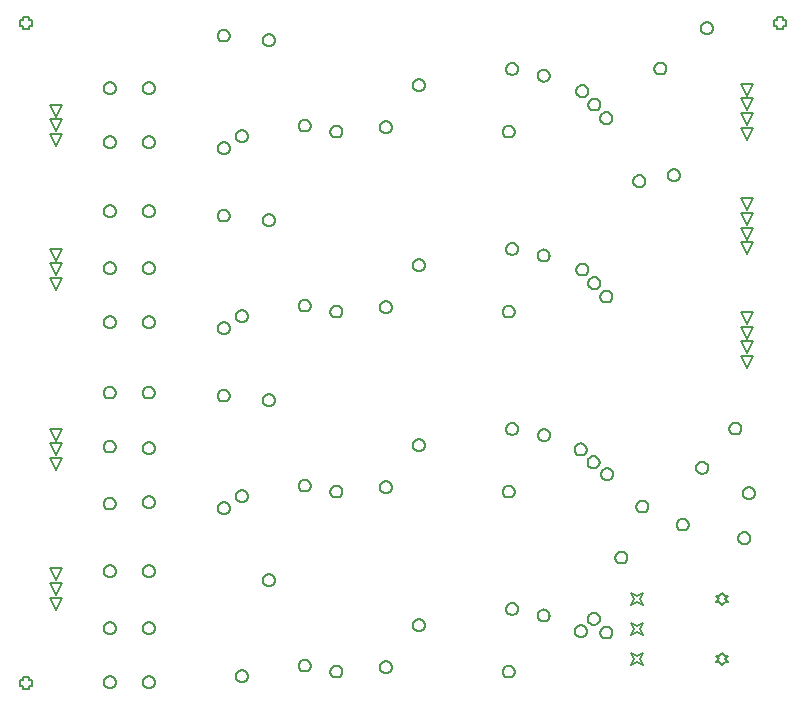
<source format=gbr>
%FSTAX23Y23*%
%MOIN*%
%SFA1B1*%

%IPPOS*%
%ADD39C,0.005000*%
%ADD60C,0.006667*%
%LNacoustics_4_drawing_1-1*%
%LPD*%
G54D39*
X0253Y01931D02*
X0251Y01971D01*
X0255*
X0253Y01931*
X00225Y0191D02*
X00205Y0195D01*
X00245*
X00225Y0191*
Y0196D02*
X00205Y02D01*
X00245*
X00225Y0196*
Y02009D02*
X00205Y02049D01*
X00245*
X00225Y02009*
Y01529D02*
X00205Y01569D01*
X00245*
X00225Y01529*
Y0148D02*
X00205Y0152D01*
X00245*
X00225Y0148*
Y0143D02*
X00205Y0147D01*
X00245*
X00225Y0143*
Y0083D02*
X00205Y0087D01*
X00245*
X00225Y0083*
Y0088D02*
X00205Y0092D01*
X00245*
X00225Y0088*
Y00929D02*
X00205Y00969D01*
X00245*
X00225Y00929*
Y00465D02*
X00205Y00505D01*
X00245*
X00225Y00465*
Y00415D02*
X00205Y00455D01*
X00245*
X00225Y00415*
Y00366D02*
X00205Y00406D01*
X00245*
X00225Y00366*
X02142Y0038D02*
X02152Y004D01*
X02142Y0042*
X02162Y0041*
X02182Y0042*
X02172Y004*
X02182Y0038*
X02162Y0039*
X02142Y0038*
Y00281D02*
X02152Y00301D01*
X02142Y00321*
X02162Y00311*
X02182Y00321*
X02172Y00301*
X02182Y00281*
X02162Y00291*
X02142Y00281*
Y00183D02*
X02152Y00203D01*
X02142Y00223*
X02162Y00213*
X02182Y00223*
X02172Y00203*
X02182Y00183*
X02162Y00193*
X02142Y00183*
X02445Y0038D02*
X02455Y0039D01*
X02465*
X02455Y004*
X02465Y0041*
X02455*
X02445Y0042*
X02435Y0041*
X02425*
X02435Y004*
X02425Y0039*
X02435*
X02445Y0038*
Y00183D02*
X02455Y00193D01*
X02465*
X02455Y00203*
X02465Y00213*
X02455*
X02445Y00223*
X02435Y00213*
X02425*
X02435Y00203*
X02425Y00193*
X02435*
X02445Y00183*
X0253Y02079D02*
X0251Y02119D01*
X0255*
X0253Y02079*
Y0203D02*
X0251Y0207D01*
X0255*
X0253Y0203*
Y0198D02*
X0251Y0202D01*
X0255*
X0253Y0198*
Y0155D02*
X0251Y0159D01*
X0255*
X0253Y0155*
Y01599D02*
X0251Y01639D01*
X0255*
X0253Y01599*
Y01648D02*
X0251Y01688D01*
X0255*
X0253Y01648*
Y01697D02*
X0251Y01737D01*
X0255*
X0253Y01697*
Y01318D02*
X0251Y01358D01*
X0255*
X0253Y01318*
Y01269D02*
X0251Y01309D01*
X0255*
X0253Y01269*
Y0122D02*
X0251Y0126D01*
X0255*
X0253Y0122*
Y0117D02*
X0251Y0121D01*
X0255*
X0253Y0117*
X00115Y0231D02*
Y023D01*
X00135*
Y0231*
X00145*
Y0233*
X00135*
Y0234*
X00115*
Y0233*
X00105*
Y0231*
X00115*
Y0011D02*
Y001D01*
X00135*
Y0011*
X00145*
Y0013*
X00135*
Y0014*
X00115*
Y0013*
X00105*
Y0011*
X00115*
X0263Y0231D02*
Y023D01*
X0265*
Y0231*
X0266*
Y0233*
X0265*
Y0234*
X0263*
Y0233*
X0262*
Y0231*
X0263*
G54D60*
X022Y0071D02*
D01*
X02199Y00711*
X02199Y00712*
X02199Y00714*
X02199Y00715*
X02198Y00716*
X02198Y00718*
X02197Y00719*
X02196Y0072*
X02196Y00721*
X02195Y00722*
X02194Y00723*
X02193Y00724*
X02192Y00725*
X02191Y00726*
X0219Y00727*
X02188Y00727*
X02187Y00728*
X02186Y00729*
X02184Y00729*
X02183Y00729*
X02182Y00729*
X0218Y00729*
X02179*
X02177Y00729*
X02176Y00729*
X02175Y00729*
X02173Y00729*
X02172Y00728*
X02171Y00727*
X0217Y00727*
X02168Y00726*
X02167Y00725*
X02166Y00724*
X02165Y00723*
X02164Y00722*
X02163Y00721*
X02163Y0072*
X02162Y00719*
X02161Y00718*
X02161Y00716*
X0216Y00715*
X0216Y00714*
X0216Y00712*
X0216Y00711*
X0216Y0071*
X0216Y00708*
X0216Y00707*
X0216Y00705*
X0216Y00704*
X02161Y00703*
X02161Y00701*
X02162Y007*
X02163Y00699*
X02163Y00698*
X02164Y00697*
X02165Y00696*
X02166Y00695*
X02167Y00694*
X02168Y00693*
X0217Y00692*
X02171Y00692*
X02172Y00691*
X02173Y0069*
X02175Y0069*
X02176Y0069*
X02177Y0069*
X02179Y0069*
X0218*
X02182Y0069*
X02183Y0069*
X02184Y0069*
X02186Y0069*
X02187Y00691*
X02188Y00692*
X0219Y00692*
X02191Y00693*
X02192Y00694*
X02193Y00695*
X02194Y00696*
X02195Y00697*
X02196Y00698*
X02196Y00699*
X02197Y007*
X02198Y00701*
X02198Y00703*
X02199Y00704*
X02199Y00705*
X02199Y00707*
X02199Y00708*
X022Y0071*
X0208Y0029D02*
D01*
X02079Y00291*
X02079Y00292*
X02079Y00294*
X02079Y00295*
X02078Y00296*
X02078Y00298*
X02077Y00299*
X02076Y003*
X02076Y00301*
X02075Y00302*
X02074Y00303*
X02073Y00304*
X02072Y00305*
X02071Y00306*
X0207Y00307*
X02068Y00307*
X02067Y00308*
X02066Y00309*
X02064Y00309*
X02063Y00309*
X02062Y00309*
X0206Y00309*
X02059*
X02057Y00309*
X02056Y00309*
X02055Y00309*
X02053Y00309*
X02052Y00308*
X02051Y00307*
X0205Y00307*
X02048Y00306*
X02047Y00305*
X02046Y00304*
X02045Y00303*
X02044Y00302*
X02043Y00301*
X02043Y003*
X02042Y00299*
X02041Y00298*
X02041Y00296*
X0204Y00295*
X0204Y00294*
X0204Y00292*
X0204Y00291*
X0204Y0029*
X0204Y00288*
X0204Y00287*
X0204Y00285*
X0204Y00284*
X02041Y00283*
X02041Y00281*
X02042Y0028*
X02043Y00279*
X02043Y00278*
X02044Y00277*
X02045Y00276*
X02046Y00275*
X02047Y00274*
X02048Y00273*
X0205Y00272*
X02051Y00272*
X02052Y00271*
X02053Y0027*
X02055Y0027*
X02056Y0027*
X02057Y0027*
X02059Y0027*
X0206*
X02062Y0027*
X02063Y0027*
X02064Y0027*
X02066Y0027*
X02067Y00271*
X02068Y00272*
X0207Y00272*
X02071Y00273*
X02072Y00274*
X02073Y00275*
X02074Y00276*
X02075Y00277*
X02076Y00278*
X02076Y00279*
X02077Y0028*
X02078Y00281*
X02078Y00283*
X02079Y00284*
X02079Y00285*
X02079Y00287*
X02079Y00288*
X0208Y0029*
X0213Y0054D02*
D01*
X02129Y00541*
X02129Y00542*
X02129Y00544*
X02129Y00545*
X02128Y00546*
X02128Y00548*
X02127Y00549*
X02126Y0055*
X02126Y00551*
X02125Y00552*
X02124Y00553*
X02123Y00554*
X02122Y00555*
X02121Y00556*
X0212Y00557*
X02118Y00557*
X02117Y00558*
X02116Y00559*
X02114Y00559*
X02113Y00559*
X02112Y00559*
X0211Y00559*
X02109*
X02107Y00559*
X02106Y00559*
X02105Y00559*
X02103Y00559*
X02102Y00558*
X02101Y00557*
X021Y00557*
X02098Y00556*
X02097Y00555*
X02096Y00554*
X02095Y00553*
X02094Y00552*
X02093Y00551*
X02093Y0055*
X02092Y00549*
X02091Y00548*
X02091Y00546*
X0209Y00545*
X0209Y00544*
X0209Y00542*
X0209Y00541*
X0209Y0054*
X0209Y00538*
X0209Y00537*
X0209Y00535*
X0209Y00534*
X02091Y00533*
X02091Y00531*
X02092Y0053*
X02093Y00529*
X02093Y00528*
X02094Y00527*
X02095Y00526*
X02096Y00525*
X02097Y00524*
X02098Y00523*
X021Y00522*
X02101Y00522*
X02102Y00521*
X02103Y0052*
X02105Y0052*
X02106Y0052*
X02107Y0052*
X02109Y0052*
X0211*
X02112Y0052*
X02113Y0052*
X02114Y0052*
X02116Y0052*
X02117Y00521*
X02118Y00522*
X0212Y00522*
X02121Y00523*
X02122Y00524*
X02123Y00525*
X02124Y00526*
X02125Y00527*
X02126Y00528*
X02126Y00529*
X02127Y0053*
X02128Y00531*
X02128Y00533*
X02129Y00534*
X02129Y00535*
X02129Y00537*
X02129Y00538*
X0213Y0054*
X02038Y00336D02*
D01*
X02038Y00337*
X02038Y00339*
X02038Y0034*
X02037Y00341*
X02037Y00343*
X02036Y00344*
X02036Y00345*
X02035Y00346*
X02034Y00347*
X02033Y00349*
X02032Y0035*
X02031Y00351*
X0203Y00352*
X02029Y00352*
X02028Y00353*
X02027Y00354*
X02026Y00354*
X02024Y00355*
X02023Y00355*
X02022Y00355*
X0202Y00356*
X02019Y00356*
X02017*
X02016Y00356*
X02015Y00355*
X02013Y00355*
X02012Y00355*
X02011Y00354*
X02009Y00354*
X02008Y00353*
X02007Y00352*
X02006Y00352*
X02005Y00351*
X02004Y0035*
X02003Y00349*
X02002Y00347*
X02001Y00346*
X02Y00345*
X02Y00344*
X01999Y00343*
X01999Y00341*
X01999Y0034*
X01998Y00339*
X01998Y00337*
X01998Y00336*
X01998Y00334*
X01998Y00333*
X01999Y00332*
X01999Y0033*
X01999Y00329*
X02Y00328*
X02Y00326*
X02001Y00325*
X02002Y00324*
X02003Y00323*
X02004Y00322*
X02005Y00321*
X02006Y0032*
X02007Y00319*
X02008Y00318*
X02009Y00318*
X02011Y00317*
X02012Y00317*
X02013Y00316*
X02015Y00316*
X02016Y00316*
X02017Y00316*
X02019*
X0202Y00316*
X02022Y00316*
X02023Y00316*
X02024Y00317*
X02026Y00317*
X02027Y00318*
X02028Y00318*
X02029Y00319*
X0203Y0032*
X02031Y00321*
X02032Y00322*
X02033Y00323*
X02034Y00324*
X02035Y00325*
X02036Y00326*
X02036Y00328*
X02037Y00329*
X02037Y0033*
X02038Y00332*
X02038Y00333*
X02038Y00334*
X02038Y00336*
X01995Y00295D02*
D01*
X01994Y00296*
X01994Y00297*
X01994Y00299*
X01994Y003*
X01993Y00301*
X01993Y00303*
X01992Y00304*
X01991Y00305*
X01991Y00306*
X0199Y00307*
X01989Y00308*
X01988Y00309*
X01987Y0031*
X01986Y00311*
X01985Y00312*
X01983Y00312*
X01982Y00313*
X01981Y00314*
X01979Y00314*
X01978Y00314*
X01977Y00314*
X01975Y00314*
X01974*
X01972Y00314*
X01971Y00314*
X0197Y00314*
X01968Y00314*
X01967Y00313*
X01966Y00312*
X01965Y00312*
X01963Y00311*
X01962Y0031*
X01961Y00309*
X0196Y00308*
X01959Y00307*
X01958Y00306*
X01958Y00305*
X01957Y00304*
X01956Y00303*
X01956Y00301*
X01955Y003*
X01955Y00299*
X01955Y00297*
X01955Y00296*
X01955Y00295*
X01955Y00293*
X01955Y00292*
X01955Y0029*
X01955Y00289*
X01956Y00288*
X01956Y00286*
X01957Y00285*
X01958Y00284*
X01958Y00283*
X01959Y00282*
X0196Y00281*
X01961Y0028*
X01962Y00279*
X01963Y00278*
X01965Y00277*
X01966Y00277*
X01967Y00276*
X01968Y00275*
X0197Y00275*
X01971Y00275*
X01972Y00275*
X01974Y00275*
X01975*
X01977Y00275*
X01978Y00275*
X01979Y00275*
X01981Y00275*
X01982Y00276*
X01983Y00277*
X01985Y00277*
X01986Y00278*
X01987Y00279*
X01988Y0028*
X01989Y00281*
X0199Y00282*
X01991Y00283*
X01991Y00284*
X01992Y00285*
X01993Y00286*
X01993Y00288*
X01994Y00289*
X01994Y0029*
X01994Y00292*
X01994Y00293*
X01995Y00295*
X0251Y0097D02*
D01*
X02509Y00971*
X02509Y00972*
X02509Y00974*
X02509Y00975*
X02508Y00976*
X02508Y00978*
X02507Y00979*
X02506Y0098*
X02506Y00981*
X02505Y00982*
X02504Y00983*
X02503Y00984*
X02502Y00985*
X02501Y00986*
X025Y00987*
X02498Y00987*
X02497Y00988*
X02496Y00989*
X02494Y00989*
X02493Y00989*
X02492Y00989*
X0249Y00989*
X02489*
X02487Y00989*
X02486Y00989*
X02485Y00989*
X02483Y00989*
X02482Y00988*
X02481Y00987*
X0248Y00987*
X02478Y00986*
X02477Y00985*
X02476Y00984*
X02475Y00983*
X02474Y00982*
X02473Y00981*
X02473Y0098*
X02472Y00979*
X02471Y00978*
X02471Y00976*
X0247Y00975*
X0247Y00974*
X0247Y00972*
X0247Y00971*
X0247Y0097*
X0247Y00968*
X0247Y00967*
X0247Y00965*
X0247Y00964*
X02471Y00963*
X02471Y00961*
X02472Y0096*
X02473Y00959*
X02473Y00958*
X02474Y00957*
X02475Y00956*
X02476Y00955*
X02477Y00954*
X02478Y00953*
X0248Y00952*
X02481Y00952*
X02482Y00951*
X02483Y0095*
X02485Y0095*
X02486Y0095*
X02487Y0095*
X02489Y0095*
X0249*
X02492Y0095*
X02493Y0095*
X02494Y0095*
X02496Y0095*
X02497Y00951*
X02498Y00952*
X025Y00952*
X02501Y00953*
X02502Y00954*
X02503Y00955*
X02504Y00956*
X02505Y00957*
X02506Y00958*
X02506Y00959*
X02507Y0096*
X02508Y00961*
X02508Y00963*
X02509Y00964*
X02509Y00965*
X02509Y00967*
X02509Y00968*
X0251Y0097*
X0254Y00605D02*
D01*
X02539Y00606*
X02539Y00607*
X02539Y00609*
X02539Y0061*
X02538Y00611*
X02538Y00613*
X02537Y00614*
X02536Y00615*
X02536Y00616*
X02535Y00617*
X02534Y00618*
X02533Y00619*
X02532Y0062*
X02531Y00621*
X0253Y00622*
X02528Y00622*
X02527Y00623*
X02526Y00624*
X02524Y00624*
X02523Y00624*
X02522Y00624*
X0252Y00624*
X02519*
X02517Y00624*
X02516Y00624*
X02515Y00624*
X02513Y00624*
X02512Y00623*
X02511Y00622*
X0251Y00622*
X02508Y00621*
X02507Y0062*
X02506Y00619*
X02505Y00618*
X02504Y00617*
X02503Y00616*
X02503Y00615*
X02502Y00614*
X02501Y00613*
X02501Y00611*
X025Y0061*
X025Y00609*
X025Y00607*
X025Y00606*
X025Y00605*
X025Y00603*
X025Y00602*
X025Y006*
X025Y00599*
X02501Y00598*
X02501Y00596*
X02502Y00595*
X02503Y00594*
X02503Y00593*
X02504Y00592*
X02505Y00591*
X02506Y0059*
X02507Y00589*
X02508Y00588*
X0251Y00587*
X02511Y00587*
X02512Y00586*
X02513Y00585*
X02515Y00585*
X02516Y00585*
X02517Y00585*
X02519Y00585*
X0252*
X02522Y00585*
X02523Y00585*
X02524Y00585*
X02526Y00585*
X02527Y00586*
X02528Y00587*
X0253Y00587*
X02531Y00588*
X02532Y00589*
X02533Y0059*
X02534Y00591*
X02535Y00592*
X02536Y00593*
X02536Y00594*
X02537Y00595*
X02538Y00596*
X02538Y00598*
X02539Y00599*
X02539Y006*
X02539Y00602*
X02539Y00603*
X0254Y00605*
X02399Y00839D02*
D01*
X02399Y0084*
X02399Y00842*
X02399Y00843*
X02398Y00845*
X02398Y00846*
X02397Y00847*
X02397Y00848*
X02396Y0085*
X02395Y00851*
X02394Y00852*
X02393Y00853*
X02392Y00854*
X02391Y00855*
X0239Y00856*
X02389Y00856*
X02388Y00857*
X02387Y00858*
X02385Y00858*
X02384Y00858*
X02383Y00859*
X02381Y00859*
X0238Y00859*
X02378*
X02377Y00859*
X02376Y00859*
X02374Y00858*
X02373Y00858*
X02372Y00858*
X0237Y00857*
X02369Y00856*
X02368Y00856*
X02367Y00855*
X02366Y00854*
X02365Y00853*
X02364Y00852*
X02363Y00851*
X02362Y0085*
X02361Y00848*
X02361Y00847*
X0236Y00846*
X0236Y00845*
X02359Y00843*
X02359Y00842*
X02359Y0084*
X02359Y00839*
X02359Y00838*
X02359Y00836*
X02359Y00835*
X0236Y00834*
X0236Y00832*
X02361Y00831*
X02361Y0083*
X02362Y00828*
X02363Y00827*
X02364Y00826*
X02365Y00825*
X02366Y00824*
X02367Y00823*
X02368Y00822*
X02369Y00822*
X0237Y00821*
X02372Y00821*
X02373Y0082*
X02374Y0082*
X02376Y00819*
X02377Y00819*
X02378Y00819*
X0238*
X02381Y00819*
X02383Y00819*
X02384Y0082*
X02385Y0082*
X02387Y00821*
X02388Y00821*
X02389Y00822*
X0239Y00822*
X02391Y00823*
X02392Y00824*
X02393Y00825*
X02394Y00826*
X02395Y00827*
X02396Y00828*
X02397Y0083*
X02397Y00831*
X02398Y00832*
X02398Y00834*
X02399Y00835*
X02399Y00836*
X02399Y00838*
X02399Y00839*
X02082Y00818D02*
D01*
X02082Y00819*
X02082Y00821*
X02082Y00822*
X02082Y00823*
X02081Y00825*
X02081Y00826*
X0208Y00827*
X02079Y00828*
X02078Y00829*
X02078Y00831*
X02077Y00832*
X02076Y00833*
X02075Y00833*
X02073Y00834*
X02072Y00835*
X02071Y00836*
X0207Y00836*
X02068Y00837*
X02067Y00837*
X02066Y00837*
X02064Y00838*
X02063Y00838*
X02062*
X0206Y00838*
X02059Y00837*
X02057Y00837*
X02056Y00837*
X02055Y00836*
X02054Y00836*
X02052Y00835*
X02051Y00834*
X0205Y00833*
X02049Y00833*
X02048Y00832*
X02047Y00831*
X02046Y00829*
X02045Y00828*
X02045Y00827*
X02044Y00826*
X02044Y00825*
X02043Y00823*
X02043Y00822*
X02042Y00821*
X02042Y00819*
X02042Y00818*
X02042Y00816*
X02042Y00815*
X02043Y00814*
X02043Y00812*
X02044Y00811*
X02044Y0081*
X02045Y00808*
X02045Y00807*
X02046Y00806*
X02047Y00805*
X02048Y00804*
X02049Y00803*
X0205Y00802*
X02051Y00801*
X02052Y008*
X02054Y008*
X02055Y00799*
X02056Y00799*
X02057Y00798*
X02059Y00798*
X0206Y00798*
X02062Y00798*
X02063*
X02064Y00798*
X02066Y00798*
X02067Y00798*
X02068Y00799*
X0207Y00799*
X02071Y008*
X02072Y008*
X02073Y00801*
X02075Y00802*
X02076Y00803*
X02077Y00804*
X02078Y00805*
X02078Y00806*
X02079Y00807*
X0208Y00808*
X02081Y0081*
X02081Y00811*
X02082Y00812*
X02082Y00814*
X02082Y00815*
X02082Y00816*
X02082Y00818*
X0208Y0141D02*
D01*
X02079Y01411*
X02079Y01412*
X02079Y01414*
X02079Y01415*
X02078Y01416*
X02078Y01418*
X02077Y01419*
X02076Y0142*
X02076Y01421*
X02075Y01422*
X02074Y01423*
X02073Y01424*
X02072Y01425*
X02071Y01426*
X0207Y01427*
X02068Y01427*
X02067Y01428*
X02066Y01429*
X02064Y01429*
X02063Y01429*
X02062Y01429*
X0206Y01429*
X02059*
X02057Y01429*
X02056Y01429*
X02055Y01429*
X02053Y01429*
X02052Y01428*
X02051Y01427*
X0205Y01427*
X02048Y01426*
X02047Y01425*
X02046Y01424*
X02045Y01423*
X02044Y01422*
X02043Y01421*
X02043Y0142*
X02042Y01419*
X02041Y01418*
X02041Y01416*
X0204Y01415*
X0204Y01414*
X0204Y01412*
X0204Y01411*
X0204Y0141*
X0204Y01408*
X0204Y01407*
X0204Y01405*
X0204Y01404*
X02041Y01403*
X02041Y01401*
X02042Y014*
X02043Y01399*
X02043Y01398*
X02044Y01397*
X02045Y01396*
X02046Y01395*
X02047Y01394*
X02048Y01393*
X0205Y01392*
X02051Y01392*
X02052Y01391*
X02053Y0139*
X02055Y0139*
X02056Y0139*
X02057Y0139*
X02059Y0139*
X0206*
X02062Y0139*
X02063Y0139*
X02064Y0139*
X02066Y0139*
X02067Y01391*
X02068Y01392*
X0207Y01392*
X02071Y01393*
X02072Y01394*
X02073Y01395*
X02074Y01396*
X02075Y01397*
X02076Y01398*
X02076Y01399*
X02077Y014*
X02078Y01401*
X02078Y01403*
X02079Y01404*
X02079Y01405*
X02079Y01407*
X02079Y01408*
X0208Y0141*
X0219Y01795D02*
D01*
X02189Y01796*
X02189Y01797*
X02189Y01799*
X02189Y018*
X02188Y01801*
X02188Y01803*
X02187Y01804*
X02186Y01805*
X02186Y01806*
X02185Y01807*
X02184Y01808*
X02183Y01809*
X02182Y0181*
X02181Y01811*
X0218Y01812*
X02178Y01812*
X02177Y01813*
X02176Y01814*
X02174Y01814*
X02173Y01814*
X02172Y01814*
X0217Y01814*
X02169*
X02167Y01814*
X02166Y01814*
X02165Y01814*
X02163Y01814*
X02162Y01813*
X02161Y01812*
X0216Y01812*
X02158Y01811*
X02157Y0181*
X02156Y01809*
X02155Y01808*
X02154Y01807*
X02153Y01806*
X02153Y01805*
X02152Y01804*
X02151Y01803*
X02151Y01801*
X0215Y018*
X0215Y01799*
X0215Y01797*
X0215Y01796*
X0215Y01795*
X0215Y01793*
X0215Y01792*
X0215Y0179*
X0215Y01789*
X02151Y01788*
X02151Y01786*
X02152Y01785*
X02153Y01784*
X02153Y01783*
X02154Y01782*
X02155Y01781*
X02156Y0178*
X02157Y01779*
X02158Y01778*
X0216Y01777*
X02161Y01777*
X02162Y01776*
X02163Y01775*
X02165Y01775*
X02166Y01775*
X02167Y01775*
X02169Y01775*
X0217*
X02172Y01775*
X02173Y01775*
X02174Y01775*
X02176Y01775*
X02177Y01776*
X02178Y01777*
X0218Y01777*
X02181Y01778*
X02182Y01779*
X02183Y0178*
X02184Y01781*
X02185Y01782*
X02186Y01783*
X02186Y01784*
X02187Y01785*
X02188Y01786*
X02188Y01788*
X02189Y01789*
X02189Y0179*
X02189Y01792*
X02189Y01793*
X0219Y01795*
X02305Y01815D02*
D01*
X02304Y01816*
X02304Y01817*
X02304Y01819*
X02304Y0182*
X02303Y01821*
X02303Y01823*
X02302Y01824*
X02301Y01825*
X02301Y01826*
X023Y01827*
X02299Y01828*
X02298Y01829*
X02297Y0183*
X02296Y01831*
X02295Y01832*
X02293Y01832*
X02292Y01833*
X02291Y01834*
X02289Y01834*
X02288Y01834*
X02287Y01834*
X02285Y01834*
X02284*
X02282Y01834*
X02281Y01834*
X0228Y01834*
X02278Y01834*
X02277Y01833*
X02276Y01832*
X02275Y01832*
X02273Y01831*
X02272Y0183*
X02271Y01829*
X0227Y01828*
X02269Y01827*
X02268Y01826*
X02268Y01825*
X02267Y01824*
X02266Y01823*
X02266Y01821*
X02265Y0182*
X02265Y01819*
X02265Y01817*
X02265Y01816*
X02265Y01815*
X02265Y01813*
X02265Y01812*
X02265Y0181*
X02265Y01809*
X02266Y01808*
X02266Y01806*
X02267Y01805*
X02268Y01804*
X02268Y01803*
X02269Y01802*
X0227Y01801*
X02271Y018*
X02272Y01799*
X02273Y01798*
X02275Y01797*
X02276Y01797*
X02277Y01796*
X02278Y01795*
X0228Y01795*
X02281Y01795*
X02282Y01795*
X02284Y01795*
X02285*
X02287Y01795*
X02288Y01795*
X02289Y01795*
X02291Y01795*
X02292Y01796*
X02293Y01797*
X02295Y01797*
X02296Y01798*
X02297Y01799*
X02298Y018*
X02299Y01801*
X023Y01802*
X02301Y01803*
X02301Y01804*
X02302Y01805*
X02303Y01806*
X02303Y01808*
X02304Y01809*
X02304Y0181*
X02304Y01812*
X02304Y01813*
X02305Y01815*
X02415Y02305D02*
D01*
X02414Y02306*
X02414Y02307*
X02414Y02309*
X02414Y0231*
X02413Y02311*
X02413Y02313*
X02412Y02314*
X02411Y02315*
X02411Y02316*
X0241Y02317*
X02409Y02318*
X02408Y02319*
X02407Y0232*
X02406Y02321*
X02405Y02322*
X02403Y02322*
X02402Y02323*
X02401Y02324*
X02399Y02324*
X02398Y02324*
X02397Y02324*
X02395Y02324*
X02394*
X02392Y02324*
X02391Y02324*
X0239Y02324*
X02388Y02324*
X02387Y02323*
X02386Y02322*
X02385Y02322*
X02383Y02321*
X02382Y0232*
X02381Y02319*
X0238Y02318*
X02379Y02317*
X02378Y02316*
X02378Y02315*
X02377Y02314*
X02376Y02313*
X02376Y02311*
X02375Y0231*
X02375Y02309*
X02375Y02307*
X02375Y02306*
X02375Y02305*
X02375Y02303*
X02375Y02302*
X02375Y023*
X02375Y02299*
X02376Y02298*
X02376Y02296*
X02377Y02295*
X02378Y02294*
X02378Y02293*
X02379Y02292*
X0238Y02291*
X02381Y0229*
X02382Y02289*
X02383Y02288*
X02385Y02287*
X02386Y02287*
X02387Y02286*
X02388Y02285*
X0239Y02285*
X02391Y02285*
X02392Y02285*
X02394Y02285*
X02395*
X02397Y02285*
X02398Y02285*
X02399Y02285*
X02401Y02285*
X02402Y02286*
X02403Y02287*
X02405Y02287*
X02406Y02288*
X02407Y02289*
X02408Y0229*
X02409Y02291*
X0241Y02292*
X02411Y02293*
X02411Y02294*
X02412Y02295*
X02413Y02296*
X02413Y02298*
X02414Y02299*
X02414Y023*
X02414Y02302*
X02414Y02303*
X02415Y02305*
X0226Y0217D02*
D01*
X02259Y02171*
X02259Y02172*
X02259Y02174*
X02259Y02175*
X02258Y02176*
X02258Y02178*
X02257Y02179*
X02256Y0218*
X02256Y02181*
X02255Y02182*
X02254Y02183*
X02253Y02184*
X02252Y02185*
X02251Y02186*
X0225Y02187*
X02248Y02187*
X02247Y02188*
X02246Y02189*
X02244Y02189*
X02243Y02189*
X02242Y02189*
X0224Y02189*
X02239*
X02237Y02189*
X02236Y02189*
X02235Y02189*
X02233Y02189*
X02232Y02188*
X02231Y02187*
X0223Y02187*
X02228Y02186*
X02227Y02185*
X02226Y02184*
X02225Y02183*
X02224Y02182*
X02223Y02181*
X02223Y0218*
X02222Y02179*
X02221Y02178*
X02221Y02176*
X0222Y02175*
X0222Y02174*
X0222Y02172*
X0222Y02171*
X0222Y0217*
X0222Y02168*
X0222Y02167*
X0222Y02165*
X0222Y02164*
X02221Y02163*
X02221Y02161*
X02222Y0216*
X02223Y02159*
X02223Y02158*
X02224Y02157*
X02225Y02156*
X02226Y02155*
X02227Y02154*
X02228Y02153*
X0223Y02152*
X02231Y02152*
X02232Y02151*
X02233Y0215*
X02235Y0215*
X02236Y0215*
X02237Y0215*
X02239Y0215*
X0224*
X02242Y0215*
X02243Y0215*
X02244Y0215*
X02246Y0215*
X02247Y02151*
X02248Y02152*
X0225Y02152*
X02251Y02153*
X02252Y02154*
X02253Y02155*
X02254Y02156*
X02255Y02157*
X02256Y02158*
X02256Y02159*
X02257Y0216*
X02258Y02161*
X02258Y02163*
X02259Y02164*
X02259Y02165*
X02259Y02167*
X02259Y02168*
X0226Y0217*
X02335Y0065D02*
D01*
X02334Y00651*
X02334Y00652*
X02334Y00654*
X02334Y00655*
X02333Y00656*
X02333Y00658*
X02332Y00659*
X02331Y0066*
X02331Y00661*
X0233Y00662*
X02329Y00663*
X02328Y00664*
X02327Y00665*
X02326Y00666*
X02325Y00667*
X02323Y00667*
X02322Y00668*
X02321Y00669*
X02319Y00669*
X02318Y00669*
X02317Y00669*
X02315Y00669*
X02314*
X02312Y00669*
X02311Y00669*
X0231Y00669*
X02308Y00669*
X02307Y00668*
X02306Y00667*
X02305Y00667*
X02303Y00666*
X02302Y00665*
X02301Y00664*
X023Y00663*
X02299Y00662*
X02298Y00661*
X02298Y0066*
X02297Y00659*
X02296Y00658*
X02296Y00656*
X02295Y00655*
X02295Y00654*
X02295Y00652*
X02295Y00651*
X02295Y0065*
X02295Y00648*
X02295Y00647*
X02295Y00645*
X02295Y00644*
X02296Y00643*
X02296Y00641*
X02297Y0064*
X02298Y00639*
X02298Y00638*
X02299Y00637*
X023Y00636*
X02301Y00635*
X02302Y00634*
X02303Y00633*
X02305Y00632*
X02306Y00632*
X02307Y00631*
X02308Y0063*
X0231Y0063*
X02311Y0063*
X02312Y0063*
X02314Y0063*
X02315*
X02317Y0063*
X02318Y0063*
X02319Y0063*
X02321Y0063*
X02322Y00631*
X02323Y00632*
X02325Y00632*
X02326Y00633*
X02327Y00634*
X02328Y00635*
X02329Y00636*
X0233Y00637*
X02331Y00638*
X02331Y00639*
X02332Y0064*
X02333Y00641*
X02333Y00643*
X02334Y00644*
X02334Y00645*
X02334Y00647*
X02334Y00648*
X02335Y0065*
X02555Y00755D02*
D01*
X02554Y00756*
X02554Y00757*
X02554Y00759*
X02554Y0076*
X02553Y00761*
X02553Y00763*
X02552Y00764*
X02551Y00765*
X02551Y00766*
X0255Y00767*
X02549Y00768*
X02548Y00769*
X02547Y0077*
X02546Y00771*
X02545Y00772*
X02543Y00772*
X02542Y00773*
X02541Y00774*
X02539Y00774*
X02538Y00774*
X02537Y00774*
X02535Y00774*
X02534*
X02532Y00774*
X02531Y00774*
X0253Y00774*
X02528Y00774*
X02527Y00773*
X02526Y00772*
X02525Y00772*
X02523Y00771*
X02522Y0077*
X02521Y00769*
X0252Y00768*
X02519Y00767*
X02518Y00766*
X02518Y00765*
X02517Y00764*
X02516Y00763*
X02516Y00761*
X02515Y0076*
X02515Y00759*
X02515Y00757*
X02515Y00756*
X02515Y00755*
X02515Y00753*
X02515Y00752*
X02515Y0075*
X02515Y00749*
X02516Y00748*
X02516Y00746*
X02517Y00745*
X02518Y00744*
X02518Y00743*
X02519Y00742*
X0252Y00741*
X02521Y0074*
X02522Y00739*
X02523Y00738*
X02525Y00737*
X02526Y00737*
X02527Y00736*
X02528Y00735*
X0253Y00735*
X02531Y00735*
X02532Y00735*
X02534Y00735*
X02535*
X02537Y00735*
X02538Y00735*
X02539Y00735*
X02541Y00735*
X02542Y00736*
X02543Y00737*
X02545Y00737*
X02546Y00738*
X02547Y00739*
X02548Y0074*
X02549Y00741*
X0255Y00742*
X02551Y00743*
X02551Y00744*
X02552Y00745*
X02553Y00746*
X02553Y00748*
X02554Y00749*
X02554Y0075*
X02554Y00752*
X02554Y00753*
X02555Y00755*
X02Y02095D02*
D01*
X01999Y02096*
X01999Y02097*
X01999Y02099*
X01999Y021*
X01998Y02101*
X01998Y02103*
X01997Y02104*
X01996Y02105*
X01996Y02106*
X01995Y02107*
X01994Y02108*
X01993Y02109*
X01992Y0211*
X01991Y02111*
X0199Y02112*
X01988Y02112*
X01987Y02113*
X01986Y02114*
X01984Y02114*
X01983Y02114*
X01982Y02114*
X0198Y02114*
X01979*
X01977Y02114*
X01976Y02114*
X01975Y02114*
X01973Y02114*
X01972Y02113*
X01971Y02112*
X0197Y02112*
X01968Y02111*
X01967Y0211*
X01966Y02109*
X01965Y02108*
X01964Y02107*
X01963Y02106*
X01963Y02105*
X01962Y02104*
X01961Y02103*
X01961Y02101*
X0196Y021*
X0196Y02099*
X0196Y02097*
X0196Y02096*
X0196Y02095*
X0196Y02093*
X0196Y02092*
X0196Y0209*
X0196Y02089*
X01961Y02088*
X01961Y02086*
X01962Y02085*
X01963Y02084*
X01963Y02083*
X01964Y02082*
X01965Y02081*
X01966Y0208*
X01967Y02079*
X01968Y02078*
X0197Y02077*
X01971Y02077*
X01972Y02076*
X01973Y02075*
X01975Y02075*
X01976Y02075*
X01977Y02075*
X01979Y02075*
X0198*
X01982Y02075*
X01983Y02075*
X01984Y02075*
X01986Y02075*
X01987Y02076*
X01988Y02077*
X0199Y02077*
X01991Y02078*
X01992Y02079*
X01993Y0208*
X01994Y02081*
X01995Y02082*
X01996Y02083*
X01996Y02084*
X01997Y02085*
X01998Y02086*
X01998Y02088*
X01999Y02089*
X01999Y0209*
X01999Y02092*
X01999Y02093*
X02Y02095*
X0204Y0205D02*
D01*
X02039Y02051*
X02039Y02052*
X02039Y02054*
X02039Y02055*
X02038Y02056*
X02038Y02058*
X02037Y02059*
X02036Y0206*
X02036Y02061*
X02035Y02062*
X02034Y02063*
X02033Y02064*
X02032Y02065*
X02031Y02066*
X0203Y02067*
X02028Y02067*
X02027Y02068*
X02026Y02069*
X02024Y02069*
X02023Y02069*
X02022Y02069*
X0202Y02069*
X02019*
X02017Y02069*
X02016Y02069*
X02015Y02069*
X02013Y02069*
X02012Y02068*
X02011Y02067*
X0201Y02067*
X02008Y02066*
X02007Y02065*
X02006Y02064*
X02005Y02063*
X02004Y02062*
X02003Y02061*
X02003Y0206*
X02002Y02059*
X02001Y02058*
X02001Y02056*
X02Y02055*
X02Y02054*
X02Y02052*
X02Y02051*
X02Y0205*
X02Y02048*
X02Y02047*
X02Y02045*
X02Y02044*
X02001Y02043*
X02001Y02041*
X02002Y0204*
X02003Y02039*
X02003Y02038*
X02004Y02037*
X02005Y02036*
X02006Y02035*
X02007Y02034*
X02008Y02033*
X0201Y02032*
X02011Y02032*
X02012Y02031*
X02013Y0203*
X02015Y0203*
X02016Y0203*
X02017Y0203*
X02019Y0203*
X0202*
X02022Y0203*
X02023Y0203*
X02024Y0203*
X02026Y0203*
X02027Y02031*
X02028Y02032*
X0203Y02032*
X02031Y02033*
X02032Y02034*
X02033Y02035*
X02034Y02036*
X02035Y02037*
X02036Y02038*
X02036Y02039*
X02037Y0204*
X02038Y02041*
X02038Y02043*
X02039Y02044*
X02039Y02045*
X02039Y02047*
X02039Y02048*
X0204Y0205*
X0208Y02005D02*
D01*
X02079Y02006*
X02079Y02007*
X02079Y02009*
X02079Y0201*
X02078Y02011*
X02078Y02013*
X02077Y02014*
X02076Y02015*
X02076Y02016*
X02075Y02017*
X02074Y02018*
X02073Y02019*
X02072Y0202*
X02071Y02021*
X0207Y02022*
X02068Y02022*
X02067Y02023*
X02066Y02024*
X02064Y02024*
X02063Y02024*
X02062Y02024*
X0206Y02024*
X02059*
X02057Y02024*
X02056Y02024*
X02055Y02024*
X02053Y02024*
X02052Y02023*
X02051Y02022*
X0205Y02022*
X02048Y02021*
X02047Y0202*
X02046Y02019*
X02045Y02018*
X02044Y02017*
X02043Y02016*
X02043Y02015*
X02042Y02014*
X02041Y02013*
X02041Y02011*
X0204Y0201*
X0204Y02009*
X0204Y02007*
X0204Y02006*
X0204Y02005*
X0204Y02003*
X0204Y02002*
X0204Y02*
X0204Y01999*
X02041Y01998*
X02041Y01996*
X02042Y01995*
X02043Y01994*
X02043Y01993*
X02044Y01992*
X02045Y01991*
X02046Y0199*
X02047Y01989*
X02048Y01988*
X0205Y01987*
X02051Y01987*
X02052Y01986*
X02053Y01985*
X02055Y01985*
X02056Y01985*
X02057Y01985*
X02059Y01985*
X0206*
X02062Y01985*
X02063Y01985*
X02064Y01985*
X02066Y01985*
X02067Y01986*
X02068Y01987*
X0207Y01987*
X02071Y01988*
X02072Y01989*
X02073Y0199*
X02074Y01991*
X02075Y01992*
X02076Y01993*
X02076Y01994*
X02077Y01995*
X02078Y01996*
X02078Y01998*
X02079Y01999*
X02079Y02*
X02079Y02002*
X02079Y02003*
X0208Y02005*
X02037Y00858D02*
D01*
X02037Y00859*
X02036Y00861*
X02036Y00862*
X02036Y00863*
X02035Y00865*
X02035Y00866*
X02034Y00867*
X02034Y00868*
X02033Y00869*
X02032Y00871*
X02031Y00872*
X0203Y00873*
X02029Y00873*
X02028Y00874*
X02027Y00875*
X02025Y00876*
X02024Y00876*
X02023Y00877*
X02021Y00877*
X0202Y00877*
X02019Y00878*
X02017Y00878*
X02016*
X02015Y00878*
X02013Y00877*
X02012Y00877*
X0201Y00877*
X02009Y00876*
X02008Y00876*
X02007Y00875*
X02005Y00874*
X02004Y00873*
X02003Y00873*
X02002Y00872*
X02001Y00871*
X02Y00869*
X02Y00868*
X01999Y00867*
X01998Y00866*
X01998Y00865*
X01997Y00863*
X01997Y00862*
X01997Y00861*
X01997Y00859*
X01997Y00858*
X01997Y00856*
X01997Y00855*
X01997Y00854*
X01997Y00852*
X01998Y00851*
X01998Y0085*
X01999Y00848*
X02Y00847*
X02Y00846*
X02001Y00845*
X02002Y00844*
X02003Y00843*
X02004Y00842*
X02005Y00841*
X02007Y0084*
X02008Y0084*
X02009Y00839*
X0201Y00839*
X02012Y00838*
X02013Y00838*
X02015Y00838*
X02016Y00838*
X02017*
X02019Y00838*
X0202Y00838*
X02021Y00838*
X02023Y00839*
X02024Y00839*
X02025Y0084*
X02027Y0084*
X02028Y00841*
X02029Y00842*
X0203Y00843*
X02031Y00844*
X02032Y00845*
X02033Y00846*
X02034Y00847*
X02034Y00848*
X02035Y0085*
X02035Y00851*
X02036Y00852*
X02036Y00854*
X02036Y00855*
X02037Y00856*
X02037Y00858*
X01994Y009D02*
D01*
X01994Y00901*
X01994Y00903*
X01994Y00904*
X01993Y00905*
X01993Y00907*
X01992Y00908*
X01992Y00909*
X01991Y00911*
X0199Y00912*
X01989Y00913*
X01988Y00914*
X01987Y00915*
X01986Y00916*
X01985Y00917*
X01984Y00917*
X01983Y00918*
X01982Y00919*
X0198Y00919*
X01979Y00919*
X01978Y0092*
X01976Y0092*
X01975Y0092*
X01973*
X01972Y0092*
X01971Y0092*
X01969Y00919*
X01968Y00919*
X01967Y00919*
X01965Y00918*
X01964Y00917*
X01963Y00917*
X01962Y00916*
X01961Y00915*
X0196Y00914*
X01959Y00913*
X01958Y00912*
X01957Y00911*
X01956Y00909*
X01956Y00908*
X01955Y00907*
X01955Y00905*
X01954Y00904*
X01954Y00903*
X01954Y00901*
X01954Y009*
X01954Y00899*
X01954Y00897*
X01954Y00896*
X01955Y00894*
X01955Y00893*
X01956Y00892*
X01956Y00891*
X01957Y00889*
X01958Y00888*
X01959Y00887*
X0196Y00886*
X01961Y00885*
X01962Y00884*
X01963Y00883*
X01964Y00883*
X01965Y00882*
X01967Y00881*
X01968Y00881*
X01969Y00881*
X01971Y0088*
X01972Y0088*
X01973Y0088*
X01975*
X01976Y0088*
X01978Y0088*
X01979Y00881*
X0198Y00881*
X01982Y00881*
X01983Y00882*
X01984Y00883*
X01985Y00883*
X01986Y00884*
X01987Y00885*
X01988Y00886*
X01989Y00887*
X0199Y00888*
X01991Y00889*
X01992Y00891*
X01992Y00892*
X01993Y00893*
X01993Y00894*
X01994Y00896*
X01994Y00897*
X01994Y00899*
X01994Y009*
X0204Y01455D02*
D01*
X02039Y01456*
X02039Y01457*
X02039Y01459*
X02039Y0146*
X02038Y01461*
X02038Y01463*
X02037Y01464*
X02036Y01465*
X02036Y01466*
X02035Y01467*
X02034Y01468*
X02033Y01469*
X02032Y0147*
X02031Y01471*
X0203Y01472*
X02028Y01472*
X02027Y01473*
X02026Y01474*
X02024Y01474*
X02023Y01474*
X02022Y01474*
X0202Y01474*
X02019*
X02017Y01474*
X02016Y01474*
X02015Y01474*
X02013Y01474*
X02012Y01473*
X02011Y01472*
X0201Y01472*
X02008Y01471*
X02007Y0147*
X02006Y01469*
X02005Y01468*
X02004Y01467*
X02003Y01466*
X02003Y01465*
X02002Y01464*
X02001Y01463*
X02001Y01461*
X02Y0146*
X02Y01459*
X02Y01457*
X02Y01456*
X02Y01455*
X02Y01453*
X02Y01452*
X02Y0145*
X02Y01449*
X02001Y01448*
X02001Y01446*
X02002Y01445*
X02003Y01444*
X02003Y01443*
X02004Y01442*
X02005Y01441*
X02006Y0144*
X02007Y01439*
X02008Y01438*
X0201Y01437*
X02011Y01437*
X02012Y01436*
X02013Y01435*
X02015Y01435*
X02016Y01435*
X02017Y01435*
X02019Y01435*
X0202*
X02022Y01435*
X02023Y01435*
X02024Y01435*
X02026Y01435*
X02027Y01436*
X02028Y01437*
X0203Y01437*
X02031Y01438*
X02032Y01439*
X02033Y0144*
X02034Y01441*
X02035Y01442*
X02036Y01443*
X02036Y01444*
X02037Y01445*
X02038Y01446*
X02038Y01448*
X02039Y01449*
X02039Y0145*
X02039Y01452*
X02039Y01453*
X0204Y01455*
X02Y015D02*
D01*
X01999Y01501*
X01999Y01502*
X01999Y01504*
X01999Y01505*
X01998Y01506*
X01998Y01508*
X01997Y01509*
X01996Y0151*
X01996Y01511*
X01995Y01512*
X01994Y01513*
X01993Y01514*
X01992Y01515*
X01991Y01516*
X0199Y01517*
X01988Y01517*
X01987Y01518*
X01986Y01519*
X01984Y01519*
X01983Y01519*
X01982Y01519*
X0198Y01519*
X01979*
X01977Y01519*
X01976Y01519*
X01975Y01519*
X01973Y01519*
X01972Y01518*
X01971Y01517*
X0197Y01517*
X01968Y01516*
X01967Y01515*
X01966Y01514*
X01965Y01513*
X01964Y01512*
X01963Y01511*
X01963Y0151*
X01962Y01509*
X01961Y01508*
X01961Y01506*
X0196Y01505*
X0196Y01504*
X0196Y01502*
X0196Y01501*
X0196Y015*
X0196Y01498*
X0196Y01497*
X0196Y01495*
X0196Y01494*
X01961Y01493*
X01961Y01491*
X01962Y0149*
X01963Y01489*
X01963Y01488*
X01964Y01487*
X01965Y01486*
X01966Y01485*
X01967Y01484*
X01968Y01483*
X0197Y01482*
X01971Y01482*
X01972Y01481*
X01973Y0148*
X01975Y0148*
X01976Y0148*
X01977Y0148*
X01979Y0148*
X0198*
X01982Y0148*
X01983Y0148*
X01984Y0148*
X01986Y0148*
X01987Y01481*
X01988Y01482*
X0199Y01482*
X01991Y01483*
X01992Y01484*
X01993Y01485*
X01994Y01486*
X01995Y01487*
X01996Y01488*
X01996Y01489*
X01997Y0149*
X01998Y01491*
X01998Y01493*
X01999Y01494*
X01999Y01495*
X01999Y01497*
X01999Y01498*
X02Y015*
X00425Y01325D02*
D01*
X00424Y01326*
X00424Y01327*
X00424Y01329*
X00424Y0133*
X00423Y01331*
X00423Y01333*
X00422Y01334*
X00421Y01335*
X00421Y01336*
X0042Y01337*
X00419Y01338*
X00418Y01339*
X00417Y0134*
X00416Y01341*
X00415Y01342*
X00413Y01342*
X00412Y01343*
X00411Y01344*
X00409Y01344*
X00408Y01344*
X00407Y01344*
X00405Y01344*
X00404*
X00402Y01344*
X00401Y01344*
X004Y01344*
X00398Y01344*
X00397Y01343*
X00396Y01342*
X00395Y01342*
X00393Y01341*
X00392Y0134*
X00391Y01339*
X0039Y01338*
X00389Y01337*
X00388Y01336*
X00388Y01335*
X00387Y01334*
X00386Y01333*
X00386Y01331*
X00385Y0133*
X00385Y01329*
X00385Y01327*
X00385Y01326*
X00385Y01325*
X00385Y01323*
X00385Y01322*
X00385Y0132*
X00385Y01319*
X00386Y01318*
X00386Y01316*
X00387Y01315*
X00388Y01314*
X00388Y01313*
X00389Y01312*
X0039Y01311*
X00391Y0131*
X00392Y01309*
X00393Y01308*
X00395Y01307*
X00396Y01307*
X00397Y01306*
X00398Y01305*
X004Y01305*
X00401Y01305*
X00402Y01305*
X00404Y01305*
X00405*
X00407Y01305*
X00408Y01305*
X00409Y01305*
X00411Y01305*
X00412Y01306*
X00413Y01307*
X00415Y01307*
X00416Y01308*
X00417Y01309*
X00418Y0131*
X00419Y01311*
X0042Y01312*
X00421Y01313*
X00421Y01314*
X00422Y01315*
X00423Y01316*
X00423Y01318*
X00424Y01319*
X00424Y0132*
X00424Y01322*
X00424Y01323*
X00425Y01325*
Y01695D02*
D01*
X00424Y01696*
X00424Y01697*
X00424Y01699*
X00424Y017*
X00423Y01701*
X00423Y01703*
X00422Y01704*
X00421Y01705*
X00421Y01706*
X0042Y01707*
X00419Y01708*
X00418Y01709*
X00417Y0171*
X00416Y01711*
X00415Y01712*
X00413Y01712*
X00412Y01713*
X00411Y01714*
X00409Y01714*
X00408Y01714*
X00407Y01714*
X00405Y01714*
X00404*
X00402Y01714*
X00401Y01714*
X004Y01714*
X00398Y01714*
X00397Y01713*
X00396Y01712*
X00395Y01712*
X00393Y01711*
X00392Y0171*
X00391Y01709*
X0039Y01708*
X00389Y01707*
X00388Y01706*
X00388Y01705*
X00387Y01704*
X00386Y01703*
X00386Y01701*
X00385Y017*
X00385Y01699*
X00385Y01697*
X00385Y01696*
X00385Y01695*
X00385Y01693*
X00385Y01692*
X00385Y0169*
X00385Y01689*
X00386Y01688*
X00386Y01686*
X00387Y01685*
X00388Y01684*
X00388Y01683*
X00389Y01682*
X0039Y01681*
X00391Y0168*
X00392Y01679*
X00393Y01678*
X00395Y01677*
X00396Y01677*
X00397Y01676*
X00398Y01675*
X004Y01675*
X00401Y01675*
X00402Y01675*
X00404Y01675*
X00405*
X00407Y01675*
X00408Y01675*
X00409Y01675*
X00411Y01675*
X00412Y01676*
X00413Y01677*
X00415Y01677*
X00416Y01678*
X00417Y01679*
X00418Y0168*
X00419Y01681*
X0042Y01682*
X00421Y01683*
X00421Y01684*
X00422Y01685*
X00423Y01686*
X00423Y01688*
X00424Y01689*
X00424Y0169*
X00424Y01692*
X00424Y01693*
X00425Y01695*
Y01505D02*
D01*
X00424Y01506*
X00424Y01507*
X00424Y01509*
X00424Y0151*
X00423Y01511*
X00423Y01513*
X00422Y01514*
X00421Y01515*
X00421Y01516*
X0042Y01517*
X00419Y01518*
X00418Y01519*
X00417Y0152*
X00416Y01521*
X00415Y01522*
X00413Y01522*
X00412Y01523*
X00411Y01524*
X00409Y01524*
X00408Y01524*
X00407Y01524*
X00405Y01524*
X00404*
X00402Y01524*
X00401Y01524*
X004Y01524*
X00398Y01524*
X00397Y01523*
X00396Y01522*
X00395Y01522*
X00393Y01521*
X00392Y0152*
X00391Y01519*
X0039Y01518*
X00389Y01517*
X00388Y01516*
X00388Y01515*
X00387Y01514*
X00386Y01513*
X00386Y01511*
X00385Y0151*
X00385Y01509*
X00385Y01507*
X00385Y01506*
X00385Y01505*
X00385Y01503*
X00385Y01502*
X00385Y015*
X00385Y01499*
X00386Y01498*
X00386Y01496*
X00387Y01495*
X00388Y01494*
X00388Y01493*
X00389Y01492*
X0039Y01491*
X00391Y0149*
X00392Y01489*
X00393Y01488*
X00395Y01487*
X00396Y01487*
X00397Y01486*
X00398Y01485*
X004Y01485*
X00401Y01485*
X00402Y01485*
X00404Y01485*
X00405*
X00407Y01485*
X00408Y01485*
X00409Y01485*
X00411Y01485*
X00412Y01486*
X00413Y01487*
X00415Y01487*
X00416Y01488*
X00417Y01489*
X00418Y0149*
X00419Y01491*
X0042Y01492*
X00421Y01493*
X00421Y01494*
X00422Y01495*
X00423Y01496*
X00423Y01498*
X00424Y01499*
X00424Y015*
X00424Y01502*
X00424Y01503*
X00425Y01505*
X00555Y01325D02*
D01*
X00554Y01326*
X00554Y01327*
X00554Y01329*
X00554Y0133*
X00553Y01331*
X00553Y01333*
X00552Y01334*
X00551Y01335*
X00551Y01336*
X0055Y01337*
X00549Y01338*
X00548Y01339*
X00547Y0134*
X00546Y01341*
X00545Y01342*
X00543Y01342*
X00542Y01343*
X00541Y01344*
X00539Y01344*
X00538Y01344*
X00537Y01344*
X00535Y01344*
X00534*
X00532Y01344*
X00531Y01344*
X0053Y01344*
X00528Y01344*
X00527Y01343*
X00526Y01342*
X00525Y01342*
X00523Y01341*
X00522Y0134*
X00521Y01339*
X0052Y01338*
X00519Y01337*
X00518Y01336*
X00518Y01335*
X00517Y01334*
X00516Y01333*
X00516Y01331*
X00515Y0133*
X00515Y01329*
X00515Y01327*
X00515Y01326*
X00515Y01325*
X00515Y01323*
X00515Y01322*
X00515Y0132*
X00515Y01319*
X00516Y01318*
X00516Y01316*
X00517Y01315*
X00518Y01314*
X00518Y01313*
X00519Y01312*
X0052Y01311*
X00521Y0131*
X00522Y01309*
X00523Y01308*
X00525Y01307*
X00526Y01307*
X00527Y01306*
X00528Y01305*
X0053Y01305*
X00531Y01305*
X00532Y01305*
X00534Y01305*
X00535*
X00537Y01305*
X00538Y01305*
X00539Y01305*
X00541Y01305*
X00542Y01306*
X00543Y01307*
X00545Y01307*
X00546Y01308*
X00547Y01309*
X00548Y0131*
X00549Y01311*
X0055Y01312*
X00551Y01313*
X00551Y01314*
X00552Y01315*
X00553Y01316*
X00553Y01318*
X00554Y01319*
X00554Y0132*
X00554Y01322*
X00554Y01323*
X00555Y01325*
Y01505D02*
D01*
X00554Y01506*
X00554Y01507*
X00554Y01509*
X00554Y0151*
X00553Y01511*
X00553Y01513*
X00552Y01514*
X00551Y01515*
X00551Y01516*
X0055Y01517*
X00549Y01518*
X00548Y01519*
X00547Y0152*
X00546Y01521*
X00545Y01522*
X00543Y01522*
X00542Y01523*
X00541Y01524*
X00539Y01524*
X00538Y01524*
X00537Y01524*
X00535Y01524*
X00534*
X00532Y01524*
X00531Y01524*
X0053Y01524*
X00528Y01524*
X00527Y01523*
X00526Y01522*
X00525Y01522*
X00523Y01521*
X00522Y0152*
X00521Y01519*
X0052Y01518*
X00519Y01517*
X00518Y01516*
X00518Y01515*
X00517Y01514*
X00516Y01513*
X00516Y01511*
X00515Y0151*
X00515Y01509*
X00515Y01507*
X00515Y01506*
X00515Y01505*
X00515Y01503*
X00515Y01502*
X00515Y015*
X00515Y01499*
X00516Y01498*
X00516Y01496*
X00517Y01495*
X00518Y01494*
X00518Y01493*
X00519Y01492*
X0052Y01491*
X00521Y0149*
X00522Y01489*
X00523Y01488*
X00525Y01487*
X00526Y01487*
X00527Y01486*
X00528Y01485*
X0053Y01485*
X00531Y01485*
X00532Y01485*
X00534Y01485*
X00535*
X00537Y01485*
X00538Y01485*
X00539Y01485*
X00541Y01485*
X00542Y01486*
X00543Y01487*
X00545Y01487*
X00546Y01488*
X00547Y01489*
X00548Y0149*
X00549Y01491*
X0055Y01492*
X00551Y01493*
X00551Y01494*
X00552Y01495*
X00553Y01496*
X00553Y01498*
X00554Y01499*
X00554Y015*
X00554Y01502*
X00554Y01503*
X00555Y01505*
Y01695D02*
D01*
X00554Y01696*
X00554Y01697*
X00554Y01699*
X00554Y017*
X00553Y01701*
X00553Y01703*
X00552Y01704*
X00551Y01705*
X00551Y01706*
X0055Y01707*
X00549Y01708*
X00548Y01709*
X00547Y0171*
X00546Y01711*
X00545Y01712*
X00543Y01712*
X00542Y01713*
X00541Y01714*
X00539Y01714*
X00538Y01714*
X00537Y01714*
X00535Y01714*
X00534*
X00532Y01714*
X00531Y01714*
X0053Y01714*
X00528Y01714*
X00527Y01713*
X00526Y01712*
X00525Y01712*
X00523Y01711*
X00522Y0171*
X00521Y01709*
X0052Y01708*
X00519Y01707*
X00518Y01706*
X00518Y01705*
X00517Y01704*
X00516Y01703*
X00516Y01701*
X00515Y017*
X00515Y01699*
X00515Y01697*
X00515Y01696*
X00515Y01695*
X00515Y01693*
X00515Y01692*
X00515Y0169*
X00515Y01689*
X00516Y01688*
X00516Y01686*
X00517Y01685*
X00518Y01684*
X00518Y01683*
X00519Y01682*
X0052Y01681*
X00521Y0168*
X00522Y01679*
X00523Y01678*
X00525Y01677*
X00526Y01677*
X00527Y01676*
X00528Y01675*
X0053Y01675*
X00531Y01675*
X00532Y01675*
X00534Y01675*
X00535*
X00537Y01675*
X00538Y01675*
X00539Y01675*
X00541Y01675*
X00542Y01676*
X00543Y01677*
X00545Y01677*
X00546Y01678*
X00547Y01679*
X00548Y0168*
X00549Y01681*
X0055Y01682*
X00551Y01683*
X00551Y01684*
X00552Y01685*
X00553Y01686*
X00553Y01688*
X00554Y01689*
X00554Y0169*
X00554Y01692*
X00554Y01693*
X00555Y01695*
X00805Y01305D02*
D01*
X00804Y01306*
X00804Y01307*
X00804Y01309*
X00804Y0131*
X00803Y01311*
X00803Y01313*
X00802Y01314*
X00801Y01315*
X00801Y01316*
X008Y01317*
X00799Y01318*
X00798Y01319*
X00797Y0132*
X00796Y01321*
X00795Y01322*
X00793Y01322*
X00792Y01323*
X00791Y01324*
X00789Y01324*
X00788Y01324*
X00787Y01324*
X00785Y01324*
X00784*
X00782Y01324*
X00781Y01324*
X0078Y01324*
X00778Y01324*
X00777Y01323*
X00776Y01322*
X00775Y01322*
X00773Y01321*
X00772Y0132*
X00771Y01319*
X0077Y01318*
X00769Y01317*
X00768Y01316*
X00768Y01315*
X00767Y01314*
X00766Y01313*
X00766Y01311*
X00765Y0131*
X00765Y01309*
X00765Y01307*
X00765Y01306*
X00765Y01305*
X00765Y01303*
X00765Y01302*
X00765Y013*
X00765Y01299*
X00766Y01298*
X00766Y01296*
X00767Y01295*
X00768Y01294*
X00768Y01293*
X00769Y01292*
X0077Y01291*
X00771Y0129*
X00772Y01289*
X00773Y01288*
X00775Y01287*
X00776Y01287*
X00777Y01286*
X00778Y01285*
X0078Y01285*
X00781Y01285*
X00782Y01285*
X00784Y01285*
X00785*
X00787Y01285*
X00788Y01285*
X00789Y01285*
X00791Y01285*
X00792Y01286*
X00793Y01287*
X00795Y01287*
X00796Y01288*
X00797Y01289*
X00798Y0129*
X00799Y01291*
X008Y01292*
X00801Y01293*
X00801Y01294*
X00802Y01295*
X00803Y01296*
X00803Y01298*
X00804Y01299*
X00804Y013*
X00804Y01302*
X00804Y01303*
X00805Y01305*
Y0168D02*
D01*
X00804Y01681*
X00804Y01682*
X00804Y01684*
X00804Y01685*
X00803Y01686*
X00803Y01688*
X00802Y01689*
X00801Y0169*
X00801Y01691*
X008Y01692*
X00799Y01693*
X00798Y01694*
X00797Y01695*
X00796Y01696*
X00795Y01697*
X00793Y01697*
X00792Y01698*
X00791Y01699*
X00789Y01699*
X00788Y01699*
X00787Y01699*
X00785Y01699*
X00784*
X00782Y01699*
X00781Y01699*
X0078Y01699*
X00778Y01699*
X00777Y01698*
X00776Y01697*
X00775Y01697*
X00773Y01696*
X00772Y01695*
X00771Y01694*
X0077Y01693*
X00769Y01692*
X00768Y01691*
X00768Y0169*
X00767Y01689*
X00766Y01688*
X00766Y01686*
X00765Y01685*
X00765Y01684*
X00765Y01682*
X00765Y01681*
X00765Y0168*
X00765Y01678*
X00765Y01677*
X00765Y01675*
X00765Y01674*
X00766Y01673*
X00766Y01671*
X00767Y0167*
X00768Y01669*
X00768Y01668*
X00769Y01667*
X0077Y01666*
X00771Y01665*
X00772Y01664*
X00773Y01663*
X00775Y01662*
X00776Y01662*
X00777Y01661*
X00778Y0166*
X0078Y0166*
X00781Y0166*
X00782Y0166*
X00784Y0166*
X00785*
X00787Y0166*
X00788Y0166*
X00789Y0166*
X00791Y0166*
X00792Y01661*
X00793Y01662*
X00795Y01662*
X00796Y01663*
X00797Y01664*
X00798Y01665*
X00799Y01666*
X008Y01667*
X00801Y01668*
X00801Y01669*
X00802Y0167*
X00803Y01671*
X00803Y01673*
X00804Y01674*
X00804Y01675*
X00804Y01677*
X00804Y01678*
X00805Y0168*
X00865Y01345D02*
D01*
X00864Y01346*
X00864Y01347*
X00864Y01349*
X00864Y0135*
X00863Y01351*
X00863Y01353*
X00862Y01354*
X00861Y01355*
X00861Y01356*
X0086Y01357*
X00859Y01358*
X00858Y01359*
X00857Y0136*
X00856Y01361*
X00855Y01362*
X00853Y01362*
X00852Y01363*
X00851Y01364*
X00849Y01364*
X00848Y01364*
X00847Y01364*
X00845Y01364*
X00844*
X00842Y01364*
X00841Y01364*
X0084Y01364*
X00838Y01364*
X00837Y01363*
X00836Y01362*
X00835Y01362*
X00833Y01361*
X00832Y0136*
X00831Y01359*
X0083Y01358*
X00829Y01357*
X00828Y01356*
X00828Y01355*
X00827Y01354*
X00826Y01353*
X00826Y01351*
X00825Y0135*
X00825Y01349*
X00825Y01347*
X00825Y01346*
X00825Y01345*
X00825Y01343*
X00825Y01342*
X00825Y0134*
X00825Y01339*
X00826Y01338*
X00826Y01336*
X00827Y01335*
X00828Y01334*
X00828Y01333*
X00829Y01332*
X0083Y01331*
X00831Y0133*
X00832Y01329*
X00833Y01328*
X00835Y01327*
X00836Y01327*
X00837Y01326*
X00838Y01325*
X0084Y01325*
X00841Y01325*
X00842Y01325*
X00844Y01325*
X00845*
X00847Y01325*
X00848Y01325*
X00849Y01325*
X00851Y01325*
X00852Y01326*
X00853Y01327*
X00855Y01327*
X00856Y01328*
X00857Y01329*
X00858Y0133*
X00859Y01331*
X0086Y01332*
X00861Y01333*
X00861Y01334*
X00862Y01335*
X00863Y01336*
X00863Y01338*
X00864Y01339*
X00864Y0134*
X00864Y01342*
X00864Y01343*
X00865Y01345*
X00955Y01665D02*
D01*
X00954Y01666*
X00954Y01667*
X00954Y01669*
X00954Y0167*
X00953Y01671*
X00953Y01673*
X00952Y01674*
X00951Y01675*
X00951Y01676*
X0095Y01677*
X00949Y01678*
X00948Y01679*
X00947Y0168*
X00946Y01681*
X00945Y01682*
X00943Y01682*
X00942Y01683*
X00941Y01684*
X00939Y01684*
X00938Y01684*
X00937Y01684*
X00935Y01684*
X00934*
X00932Y01684*
X00931Y01684*
X0093Y01684*
X00928Y01684*
X00927Y01683*
X00926Y01682*
X00925Y01682*
X00923Y01681*
X00922Y0168*
X00921Y01679*
X0092Y01678*
X00919Y01677*
X00918Y01676*
X00918Y01675*
X00917Y01674*
X00916Y01673*
X00916Y01671*
X00915Y0167*
X00915Y01669*
X00915Y01667*
X00915Y01666*
X00915Y01665*
X00915Y01663*
X00915Y01662*
X00915Y0166*
X00915Y01659*
X00916Y01658*
X00916Y01656*
X00917Y01655*
X00918Y01654*
X00918Y01653*
X00919Y01652*
X0092Y01651*
X00921Y0165*
X00922Y01649*
X00923Y01648*
X00925Y01647*
X00926Y01647*
X00927Y01646*
X00928Y01645*
X0093Y01645*
X00931Y01645*
X00932Y01645*
X00934Y01645*
X00935*
X00937Y01645*
X00938Y01645*
X00939Y01645*
X00941Y01645*
X00942Y01646*
X00943Y01647*
X00945Y01647*
X00946Y01648*
X00947Y01649*
X00948Y0165*
X00949Y01651*
X0095Y01652*
X00951Y01653*
X00951Y01654*
X00952Y01655*
X00953Y01656*
X00953Y01658*
X00954Y01659*
X00954Y0166*
X00954Y01662*
X00954Y01663*
X00955Y01665*
X01075Y0138D02*
D01*
X01074Y01381*
X01074Y01382*
X01074Y01384*
X01074Y01385*
X01073Y01386*
X01073Y01388*
X01072Y01389*
X01071Y0139*
X01071Y01391*
X0107Y01392*
X01069Y01393*
X01068Y01394*
X01067Y01395*
X01066Y01396*
X01065Y01397*
X01063Y01397*
X01062Y01398*
X01061Y01399*
X01059Y01399*
X01058Y01399*
X01057Y01399*
X01055Y01399*
X01054*
X01052Y01399*
X01051Y01399*
X0105Y01399*
X01048Y01399*
X01047Y01398*
X01046Y01397*
X01045Y01397*
X01043Y01396*
X01042Y01395*
X01041Y01394*
X0104Y01393*
X01039Y01392*
X01038Y01391*
X01038Y0139*
X01037Y01389*
X01036Y01388*
X01036Y01386*
X01035Y01385*
X01035Y01384*
X01035Y01382*
X01035Y01381*
X01035Y0138*
X01035Y01378*
X01035Y01377*
X01035Y01375*
X01035Y01374*
X01036Y01373*
X01036Y01371*
X01037Y0137*
X01038Y01369*
X01038Y01368*
X01039Y01367*
X0104Y01366*
X01041Y01365*
X01042Y01364*
X01043Y01363*
X01045Y01362*
X01046Y01362*
X01047Y01361*
X01048Y0136*
X0105Y0136*
X01051Y0136*
X01052Y0136*
X01054Y0136*
X01055*
X01057Y0136*
X01058Y0136*
X01059Y0136*
X01061Y0136*
X01062Y01361*
X01063Y01362*
X01065Y01362*
X01066Y01363*
X01067Y01364*
X01068Y01365*
X01069Y01366*
X0107Y01367*
X01071Y01368*
X01071Y01369*
X01072Y0137*
X01073Y01371*
X01073Y01373*
X01074Y01374*
X01074Y01375*
X01074Y01377*
X01074Y01378*
X01075Y0138*
X0118Y0136D02*
D01*
X01179Y01361*
X01179Y01362*
X01179Y01364*
X01179Y01365*
X01178Y01366*
X01178Y01368*
X01177Y01369*
X01176Y0137*
X01176Y01371*
X01175Y01372*
X01174Y01373*
X01173Y01374*
X01172Y01375*
X01171Y01376*
X0117Y01377*
X01168Y01377*
X01167Y01378*
X01166Y01379*
X01164Y01379*
X01163Y01379*
X01162Y01379*
X0116Y01379*
X01159*
X01157Y01379*
X01156Y01379*
X01155Y01379*
X01153Y01379*
X01152Y01378*
X01151Y01377*
X0115Y01377*
X01148Y01376*
X01147Y01375*
X01146Y01374*
X01145Y01373*
X01144Y01372*
X01143Y01371*
X01143Y0137*
X01142Y01369*
X01141Y01368*
X01141Y01366*
X0114Y01365*
X0114Y01364*
X0114Y01362*
X0114Y01361*
X0114Y0136*
X0114Y01358*
X0114Y01357*
X0114Y01355*
X0114Y01354*
X01141Y01353*
X01141Y01351*
X01142Y0135*
X01143Y01349*
X01143Y01348*
X01144Y01347*
X01145Y01346*
X01146Y01345*
X01147Y01344*
X01148Y01343*
X0115Y01342*
X01151Y01342*
X01152Y01341*
X01153Y0134*
X01155Y0134*
X01156Y0134*
X01157Y0134*
X01159Y0134*
X0116*
X01162Y0134*
X01163Y0134*
X01164Y0134*
X01166Y0134*
X01167Y01341*
X01168Y01342*
X0117Y01342*
X01171Y01343*
X01172Y01344*
X01173Y01345*
X01174Y01346*
X01175Y01347*
X01176Y01348*
X01176Y01349*
X01177Y0135*
X01178Y01351*
X01178Y01353*
X01179Y01354*
X01179Y01355*
X01179Y01357*
X01179Y01358*
X0118Y0136*
X01345Y01375D02*
D01*
X01344Y01376*
X01344Y01377*
X01344Y01379*
X01344Y0138*
X01343Y01381*
X01343Y01383*
X01342Y01384*
X01341Y01385*
X01341Y01386*
X0134Y01387*
X01339Y01388*
X01338Y01389*
X01337Y0139*
X01336Y01391*
X01335Y01392*
X01333Y01392*
X01332Y01393*
X01331Y01394*
X01329Y01394*
X01328Y01394*
X01327Y01394*
X01325Y01394*
X01324*
X01322Y01394*
X01321Y01394*
X0132Y01394*
X01318Y01394*
X01317Y01393*
X01316Y01392*
X01315Y01392*
X01313Y01391*
X01312Y0139*
X01311Y01389*
X0131Y01388*
X01309Y01387*
X01308Y01386*
X01308Y01385*
X01307Y01384*
X01306Y01383*
X01306Y01381*
X01305Y0138*
X01305Y01379*
X01305Y01377*
X01305Y01376*
X01305Y01375*
X01305Y01373*
X01305Y01372*
X01305Y0137*
X01305Y01369*
X01306Y01368*
X01306Y01366*
X01307Y01365*
X01308Y01364*
X01308Y01363*
X01309Y01362*
X0131Y01361*
X01311Y0136*
X01312Y01359*
X01313Y01358*
X01315Y01357*
X01316Y01357*
X01317Y01356*
X01318Y01355*
X0132Y01355*
X01321Y01355*
X01322Y01355*
X01324Y01355*
X01325*
X01327Y01355*
X01328Y01355*
X01329Y01355*
X01331Y01355*
X01332Y01356*
X01333Y01357*
X01335Y01357*
X01336Y01358*
X01337Y01359*
X01338Y0136*
X01339Y01361*
X0134Y01362*
X01341Y01363*
X01341Y01364*
X01342Y01365*
X01343Y01366*
X01343Y01368*
X01344Y01369*
X01344Y0137*
X01344Y01372*
X01344Y01373*
X01345Y01375*
X01755Y0136D02*
D01*
X01754Y01361*
X01754Y01362*
X01754Y01364*
X01754Y01365*
X01753Y01366*
X01753Y01368*
X01752Y01369*
X01751Y0137*
X01751Y01371*
X0175Y01372*
X01749Y01373*
X01748Y01374*
X01747Y01375*
X01746Y01376*
X01745Y01377*
X01743Y01377*
X01742Y01378*
X01741Y01379*
X01739Y01379*
X01738Y01379*
X01737Y01379*
X01735Y01379*
X01734*
X01732Y01379*
X01731Y01379*
X0173Y01379*
X01728Y01379*
X01727Y01378*
X01726Y01377*
X01725Y01377*
X01723Y01376*
X01722Y01375*
X01721Y01374*
X0172Y01373*
X01719Y01372*
X01718Y01371*
X01718Y0137*
X01717Y01369*
X01716Y01368*
X01716Y01366*
X01715Y01365*
X01715Y01364*
X01715Y01362*
X01715Y01361*
X01715Y0136*
X01715Y01358*
X01715Y01357*
X01715Y01355*
X01715Y01354*
X01716Y01353*
X01716Y01351*
X01717Y0135*
X01718Y01349*
X01718Y01348*
X01719Y01347*
X0172Y01346*
X01721Y01345*
X01722Y01344*
X01723Y01343*
X01725Y01342*
X01726Y01342*
X01727Y01341*
X01728Y0134*
X0173Y0134*
X01731Y0134*
X01732Y0134*
X01734Y0134*
X01735*
X01737Y0134*
X01738Y0134*
X01739Y0134*
X01741Y0134*
X01742Y01341*
X01743Y01342*
X01745Y01342*
X01746Y01343*
X01747Y01344*
X01748Y01345*
X01749Y01346*
X0175Y01347*
X01751Y01348*
X01751Y01349*
X01752Y0135*
X01753Y01351*
X01753Y01353*
X01754Y01354*
X01754Y01355*
X01754Y01357*
X01754Y01358*
X01755Y0136*
X01455Y01515D02*
D01*
X01454Y01516*
X01454Y01517*
X01454Y01519*
X01454Y0152*
X01453Y01521*
X01453Y01523*
X01452Y01524*
X01451Y01525*
X01451Y01526*
X0145Y01527*
X01449Y01528*
X01448Y01529*
X01447Y0153*
X01446Y01531*
X01445Y01532*
X01443Y01532*
X01442Y01533*
X01441Y01534*
X01439Y01534*
X01438Y01534*
X01437Y01534*
X01435Y01534*
X01434*
X01432Y01534*
X01431Y01534*
X0143Y01534*
X01428Y01534*
X01427Y01533*
X01426Y01532*
X01425Y01532*
X01423Y01531*
X01422Y0153*
X01421Y01529*
X0142Y01528*
X01419Y01527*
X01418Y01526*
X01418Y01525*
X01417Y01524*
X01416Y01523*
X01416Y01521*
X01415Y0152*
X01415Y01519*
X01415Y01517*
X01415Y01516*
X01415Y01515*
X01415Y01513*
X01415Y01512*
X01415Y0151*
X01415Y01509*
X01416Y01508*
X01416Y01506*
X01417Y01505*
X01418Y01504*
X01418Y01503*
X01419Y01502*
X0142Y01501*
X01421Y015*
X01422Y01499*
X01423Y01498*
X01425Y01497*
X01426Y01497*
X01427Y01496*
X01428Y01495*
X0143Y01495*
X01431Y01495*
X01432Y01495*
X01434Y01495*
X01435*
X01437Y01495*
X01438Y01495*
X01439Y01495*
X01441Y01495*
X01442Y01496*
X01443Y01497*
X01445Y01497*
X01446Y01498*
X01447Y01499*
X01448Y015*
X01449Y01501*
X0145Y01502*
X01451Y01503*
X01451Y01504*
X01452Y01505*
X01453Y01506*
X01453Y01508*
X01454Y01509*
X01454Y0151*
X01454Y01512*
X01454Y01513*
X01455Y01515*
X01765Y01569D02*
D01*
X01765Y0157*
X01765Y01572*
X01765Y01573*
X01765Y01574*
X01764Y01576*
X01764Y01577*
X01763Y01578*
X01762Y01579*
X01762Y0158*
X01761Y01582*
X0176Y01583*
X01759Y01584*
X01758Y01585*
X01757Y01585*
X01755Y01586*
X01754Y01587*
X01753Y01587*
X01752Y01588*
X0175Y01588*
X01749Y01588*
X01748Y01589*
X01746Y01589*
X01745*
X01743Y01589*
X01742Y01588*
X01741Y01588*
X01739Y01588*
X01738Y01587*
X01737Y01587*
X01735Y01586*
X01734Y01585*
X01733Y01585*
X01732Y01584*
X01731Y01583*
X0173Y01582*
X01729Y0158*
X01729Y01579*
X01728Y01578*
X01727Y01577*
X01727Y01576*
X01726Y01574*
X01726Y01573*
X01726Y01572*
X01726Y0157*
X01725Y01569*
X01726Y01567*
X01726Y01566*
X01726Y01565*
X01726Y01563*
X01727Y01562*
X01727Y01561*
X01728Y01559*
X01729Y01558*
X01729Y01557*
X0173Y01556*
X01731Y01555*
X01732Y01554*
X01733Y01553*
X01734Y01552*
X01735Y01551*
X01737Y01551*
X01738Y0155*
X01739Y0155*
X01741Y01549*
X01742Y01549*
X01743Y01549*
X01745Y01549*
X01746*
X01748Y01549*
X01749Y01549*
X0175Y01549*
X01752Y0155*
X01753Y0155*
X01754Y01551*
X01755Y01551*
X01757Y01552*
X01758Y01553*
X01759Y01554*
X0176Y01555*
X01761Y01556*
X01762Y01557*
X01762Y01558*
X01763Y01559*
X01764Y01561*
X01764Y01562*
X01765Y01563*
X01765Y01565*
X01765Y01566*
X01765Y01567*
X01765Y01569*
X01871Y01547D02*
D01*
X01871Y01548*
X0187Y01549*
X0187Y01551*
X0187Y01552*
X01869Y01553*
X01869Y01555*
X01868Y01556*
X01868Y01557*
X01867Y01558*
X01866Y01559*
X01865Y0156*
X01864Y01561*
X01863Y01562*
X01862Y01563*
X01861Y01564*
X01859Y01565*
X01858Y01565*
X01857Y01566*
X01855Y01566*
X01854Y01566*
X01853Y01566*
X01851Y01567*
X0185*
X01849Y01566*
X01847Y01566*
X01846Y01566*
X01844Y01566*
X01843Y01565*
X01842Y01565*
X01841Y01564*
X01839Y01563*
X01838Y01562*
X01837Y01561*
X01836Y0156*
X01835Y01559*
X01834Y01558*
X01834Y01557*
X01833Y01556*
X01832Y01555*
X01832Y01553*
X01831Y01552*
X01831Y01551*
X01831Y01549*
X01831Y01548*
X01831Y01547*
X01831Y01545*
X01831Y01544*
X01831Y01542*
X01831Y01541*
X01832Y0154*
X01832Y01538*
X01833Y01537*
X01834Y01536*
X01834Y01535*
X01835Y01534*
X01836Y01533*
X01837Y01532*
X01838Y01531*
X01839Y0153*
X01841Y01529*
X01842Y01529*
X01843Y01528*
X01844Y01528*
X01846Y01527*
X01847Y01527*
X01849Y01527*
X0185Y01527*
X01851*
X01853Y01527*
X01854Y01527*
X01855Y01527*
X01857Y01528*
X01858Y01528*
X01859Y01529*
X01861Y01529*
X01862Y0153*
X01863Y01531*
X01864Y01532*
X01865Y01533*
X01866Y01534*
X01867Y01535*
X01868Y01536*
X01868Y01537*
X01869Y01538*
X01869Y0154*
X0187Y01541*
X0187Y01542*
X0187Y01544*
X01871Y01545*
X01871Y01547*
X00865Y00145D02*
D01*
X00864Y00146*
X00864Y00147*
X00864Y00149*
X00864Y0015*
X00863Y00151*
X00863Y00153*
X00862Y00154*
X00861Y00155*
X00861Y00156*
X0086Y00157*
X00859Y00158*
X00858Y00159*
X00857Y0016*
X00856Y00161*
X00855Y00162*
X00853Y00162*
X00852Y00163*
X00851Y00164*
X00849Y00164*
X00848Y00164*
X00847Y00164*
X00845Y00164*
X00844*
X00842Y00164*
X00841Y00164*
X0084Y00164*
X00838Y00164*
X00837Y00163*
X00836Y00162*
X00835Y00162*
X00833Y00161*
X00832Y0016*
X00831Y00159*
X0083Y00158*
X00829Y00157*
X00828Y00156*
X00828Y00155*
X00827Y00154*
X00826Y00153*
X00826Y00151*
X00825Y0015*
X00825Y00149*
X00825Y00147*
X00825Y00146*
X00825Y00145*
X00825Y00143*
X00825Y00142*
X00825Y0014*
X00825Y00139*
X00826Y00138*
X00826Y00136*
X00827Y00135*
X00828Y00134*
X00828Y00133*
X00829Y00132*
X0083Y00131*
X00831Y0013*
X00832Y00129*
X00833Y00128*
X00835Y00127*
X00836Y00127*
X00837Y00126*
X00838Y00125*
X0084Y00125*
X00841Y00125*
X00842Y00125*
X00844Y00125*
X00845*
X00847Y00125*
X00848Y00125*
X00849Y00125*
X00851Y00125*
X00852Y00126*
X00853Y00127*
X00855Y00127*
X00856Y00128*
X00857Y00129*
X00858Y0013*
X00859Y00131*
X0086Y00132*
X00861Y00133*
X00861Y00134*
X00862Y00135*
X00863Y00136*
X00863Y00138*
X00864Y00139*
X00864Y0014*
X00864Y00142*
X00864Y00143*
X00865Y00145*
X00805Y00705D02*
D01*
X00804Y00706*
X00804Y00707*
X00804Y00709*
X00804Y0071*
X00803Y00711*
X00803Y00713*
X00802Y00714*
X00801Y00715*
X00801Y00716*
X008Y00717*
X00799Y00718*
X00798Y00719*
X00797Y0072*
X00796Y00721*
X00795Y00722*
X00793Y00722*
X00792Y00723*
X00791Y00724*
X00789Y00724*
X00788Y00724*
X00787Y00724*
X00785Y00724*
X00784*
X00782Y00724*
X00781Y00724*
X0078Y00724*
X00778Y00724*
X00777Y00723*
X00776Y00722*
X00775Y00722*
X00773Y00721*
X00772Y0072*
X00771Y00719*
X0077Y00718*
X00769Y00717*
X00768Y00716*
X00768Y00715*
X00767Y00714*
X00766Y00713*
X00766Y00711*
X00765Y0071*
X00765Y00709*
X00765Y00707*
X00765Y00706*
X00765Y00705*
X00765Y00703*
X00765Y00702*
X00765Y007*
X00765Y00699*
X00766Y00698*
X00766Y00696*
X00767Y00695*
X00768Y00694*
X00768Y00693*
X00769Y00692*
X0077Y00691*
X00771Y0069*
X00772Y00689*
X00773Y00688*
X00775Y00687*
X00776Y00687*
X00777Y00686*
X00778Y00685*
X0078Y00685*
X00781Y00685*
X00782Y00685*
X00784Y00685*
X00785*
X00787Y00685*
X00788Y00685*
X00789Y00685*
X00791Y00685*
X00792Y00686*
X00793Y00687*
X00795Y00687*
X00796Y00688*
X00797Y00689*
X00798Y0069*
X00799Y00691*
X008Y00692*
X00801Y00693*
X00801Y00694*
X00802Y00695*
X00803Y00696*
X00803Y00698*
X00804Y00699*
X00804Y007*
X00804Y00702*
X00804Y00703*
X00805Y00705*
Y0108D02*
D01*
X00804Y01081*
X00804Y01082*
X00804Y01084*
X00804Y01085*
X00803Y01086*
X00803Y01088*
X00802Y01089*
X00801Y0109*
X00801Y01091*
X008Y01092*
X00799Y01093*
X00798Y01094*
X00797Y01095*
X00796Y01096*
X00795Y01097*
X00793Y01097*
X00792Y01098*
X00791Y01099*
X00789Y01099*
X00788Y01099*
X00787Y01099*
X00785Y01099*
X00784*
X00782Y01099*
X00781Y01099*
X0078Y01099*
X00778Y01099*
X00777Y01098*
X00776Y01097*
X00775Y01097*
X00773Y01096*
X00772Y01095*
X00771Y01094*
X0077Y01093*
X00769Y01092*
X00768Y01091*
X00768Y0109*
X00767Y01089*
X00766Y01088*
X00766Y01086*
X00765Y01085*
X00765Y01084*
X00765Y01082*
X00765Y01081*
X00765Y0108*
X00765Y01078*
X00765Y01077*
X00765Y01075*
X00765Y01074*
X00766Y01073*
X00766Y01071*
X00767Y0107*
X00768Y01069*
X00768Y01068*
X00769Y01067*
X0077Y01066*
X00771Y01065*
X00772Y01064*
X00773Y01063*
X00775Y01062*
X00776Y01062*
X00777Y01061*
X00778Y0106*
X0078Y0106*
X00781Y0106*
X00782Y0106*
X00784Y0106*
X00785*
X00787Y0106*
X00788Y0106*
X00789Y0106*
X00791Y0106*
X00792Y01061*
X00793Y01062*
X00795Y01062*
X00796Y01063*
X00797Y01064*
X00798Y01065*
X00799Y01066*
X008Y01067*
X00801Y01068*
X00801Y01069*
X00802Y0107*
X00803Y01071*
X00803Y01073*
X00804Y01074*
X00804Y01075*
X00804Y01077*
X00804Y01078*
X00805Y0108*
Y0228D02*
D01*
X00804Y02281*
X00804Y02282*
X00804Y02284*
X00804Y02285*
X00803Y02286*
X00803Y02288*
X00802Y02289*
X00801Y0229*
X00801Y02291*
X008Y02292*
X00799Y02293*
X00798Y02294*
X00797Y02295*
X00796Y02296*
X00795Y02297*
X00793Y02297*
X00792Y02298*
X00791Y02299*
X00789Y02299*
X00788Y02299*
X00787Y02299*
X00785Y02299*
X00784*
X00782Y02299*
X00781Y02299*
X0078Y02299*
X00778Y02299*
X00777Y02298*
X00776Y02297*
X00775Y02297*
X00773Y02296*
X00772Y02295*
X00771Y02294*
X0077Y02293*
X00769Y02292*
X00768Y02291*
X00768Y0229*
X00767Y02289*
X00766Y02288*
X00766Y02286*
X00765Y02285*
X00765Y02284*
X00765Y02282*
X00765Y02281*
X00765Y0228*
X00765Y02278*
X00765Y02277*
X00765Y02275*
X00765Y02274*
X00766Y02273*
X00766Y02271*
X00767Y0227*
X00768Y02269*
X00768Y02268*
X00769Y02267*
X0077Y02266*
X00771Y02265*
X00772Y02264*
X00773Y02263*
X00775Y02262*
X00776Y02262*
X00777Y02261*
X00778Y0226*
X0078Y0226*
X00781Y0226*
X00782Y0226*
X00784Y0226*
X00785*
X00787Y0226*
X00788Y0226*
X00789Y0226*
X00791Y0226*
X00792Y02261*
X00793Y02262*
X00795Y02262*
X00796Y02263*
X00797Y02264*
X00798Y02265*
X00799Y02266*
X008Y02267*
X00801Y02268*
X00801Y02269*
X00802Y0227*
X00803Y02271*
X00803Y02273*
X00804Y02274*
X00804Y02275*
X00804Y02277*
X00804Y02278*
X00805Y0228*
Y01905D02*
D01*
X00804Y01906*
X00804Y01907*
X00804Y01909*
X00804Y0191*
X00803Y01911*
X00803Y01913*
X00802Y01914*
X00801Y01915*
X00801Y01916*
X008Y01917*
X00799Y01918*
X00798Y01919*
X00797Y0192*
X00796Y01921*
X00795Y01922*
X00793Y01922*
X00792Y01923*
X00791Y01924*
X00789Y01924*
X00788Y01924*
X00787Y01924*
X00785Y01924*
X00784*
X00782Y01924*
X00781Y01924*
X0078Y01924*
X00778Y01924*
X00777Y01923*
X00776Y01922*
X00775Y01922*
X00773Y01921*
X00772Y0192*
X00771Y01919*
X0077Y01918*
X00769Y01917*
X00768Y01916*
X00768Y01915*
X00767Y01914*
X00766Y01913*
X00766Y01911*
X00765Y0191*
X00765Y01909*
X00765Y01907*
X00765Y01906*
X00765Y01905*
X00765Y01903*
X00765Y01902*
X00765Y019*
X00765Y01899*
X00766Y01898*
X00766Y01896*
X00767Y01895*
X00768Y01894*
X00768Y01893*
X00769Y01892*
X0077Y01891*
X00771Y0189*
X00772Y01889*
X00773Y01888*
X00775Y01887*
X00776Y01887*
X00777Y01886*
X00778Y01885*
X0078Y01885*
X00781Y01885*
X00782Y01885*
X00784Y01885*
X00785*
X00787Y01885*
X00788Y01885*
X00789Y01885*
X00791Y01885*
X00792Y01886*
X00793Y01887*
X00795Y01887*
X00796Y01888*
X00797Y01889*
X00798Y0189*
X00799Y01891*
X008Y01892*
X00801Y01893*
X00801Y01894*
X00802Y01895*
X00803Y01896*
X00803Y01898*
X00804Y01899*
X00804Y019*
X00804Y01902*
X00804Y01903*
X00805Y01905*
X01871Y00347D02*
D01*
X01871Y00348*
X0187Y00349*
X0187Y00351*
X0187Y00352*
X01869Y00353*
X01869Y00355*
X01868Y00356*
X01868Y00357*
X01867Y00358*
X01866Y00359*
X01865Y0036*
X01864Y00361*
X01863Y00362*
X01862Y00363*
X01861Y00364*
X01859Y00365*
X01858Y00365*
X01857Y00366*
X01855Y00366*
X01854Y00366*
X01853Y00366*
X01851Y00367*
X0185*
X01849Y00366*
X01847Y00366*
X01846Y00366*
X01844Y00366*
X01843Y00365*
X01842Y00365*
X01841Y00364*
X01839Y00363*
X01838Y00362*
X01837Y00361*
X01836Y0036*
X01835Y00359*
X01834Y00358*
X01834Y00357*
X01833Y00356*
X01832Y00355*
X01832Y00353*
X01831Y00352*
X01831Y00351*
X01831Y00349*
X01831Y00348*
X01831Y00347*
X01831Y00345*
X01831Y00344*
X01831Y00342*
X01831Y00341*
X01832Y0034*
X01832Y00338*
X01833Y00337*
X01834Y00336*
X01834Y00335*
X01835Y00334*
X01836Y00333*
X01837Y00332*
X01838Y00331*
X01839Y0033*
X01841Y00329*
X01842Y00329*
X01843Y00328*
X01844Y00328*
X01846Y00327*
X01847Y00327*
X01849Y00327*
X0185Y00327*
X01851*
X01853Y00327*
X01854Y00327*
X01855Y00327*
X01857Y00328*
X01858Y00328*
X01859Y00329*
X01861Y00329*
X01862Y0033*
X01863Y00331*
X01864Y00332*
X01865Y00333*
X01866Y00334*
X01867Y00335*
X01868Y00336*
X01868Y00337*
X01869Y00338*
X01869Y0034*
X0187Y00341*
X0187Y00342*
X0187Y00344*
X01871Y00345*
X01871Y00347*
X01873Y00948D02*
D01*
X01872Y00949*
X01872Y00951*
X01872Y00952*
X01872Y00953*
X01871Y00955*
X01871Y00956*
X0187Y00957*
X01869Y00959*
X01869Y0096*
X01868Y00961*
X01867Y00962*
X01866Y00963*
X01865Y00964*
X01864Y00965*
X01863Y00965*
X01861Y00966*
X0186Y00966*
X01859Y00967*
X01857Y00967*
X01856Y00968*
X01855Y00968*
X01853Y00968*
X01852*
X0185Y00968*
X01849Y00968*
X01848Y00967*
X01846Y00967*
X01845Y00966*
X01844Y00966*
X01843Y00965*
X01841Y00965*
X0184Y00964*
X01839Y00963*
X01838Y00962*
X01837Y00961*
X01836Y0096*
X01836Y00959*
X01835Y00957*
X01834Y00956*
X01834Y00955*
X01833Y00953*
X01833Y00952*
X01833Y00951*
X01833Y00949*
X01833Y00948*
X01833Y00947*
X01833Y00945*
X01833Y00944*
X01833Y00942*
X01834Y00941*
X01834Y0094*
X01835Y00939*
X01836Y00937*
X01836Y00936*
X01837Y00935*
X01838Y00934*
X01839Y00933*
X0184Y00932*
X01841Y00931*
X01843Y00931*
X01844Y0093*
X01845Y00929*
X01846Y00929*
X01848Y00929*
X01849Y00928*
X0185Y00928*
X01852Y00928*
X01853*
X01855Y00928*
X01856Y00928*
X01857Y00929*
X01859Y00929*
X0186Y00929*
X01861Y0093*
X01863Y00931*
X01864Y00931*
X01865Y00932*
X01866Y00933*
X01867Y00934*
X01868Y00935*
X01869Y00936*
X01869Y00937*
X0187Y00939*
X01871Y0094*
X01871Y00941*
X01872Y00942*
X01872Y00944*
X01872Y00945*
X01872Y00947*
X01873Y00948*
X01871Y02146D02*
D01*
X01871Y02148*
X01871Y02149*
X01871Y0215*
X0187Y02152*
X0187Y02153*
X01869Y02154*
X01869Y02156*
X01868Y02157*
X01867Y02158*
X01866Y02159*
X01865Y0216*
X01864Y02161*
X01863Y02162*
X01862Y02163*
X01861Y02164*
X0186Y02164*
X01859Y02165*
X01857Y02165*
X01856Y02166*
X01855Y02166*
X01853Y02166*
X01852Y02166*
X0185*
X01849Y02166*
X01848Y02166*
X01846Y02166*
X01845Y02165*
X01844Y02165*
X01842Y02164*
X01841Y02164*
X0184Y02163*
X01839Y02162*
X01838Y02161*
X01837Y0216*
X01836Y02159*
X01835Y02158*
X01834Y02157*
X01833Y02156*
X01833Y02154*
X01832Y02153*
X01832Y02152*
X01832Y0215*
X01831Y02149*
X01831Y02148*
X01831Y02146*
X01831Y02145*
X01831Y02144*
X01832Y02142*
X01832Y02141*
X01832Y02139*
X01833Y02138*
X01833Y02137*
X01834Y02136*
X01835Y02135*
X01836Y02133*
X01837Y02132*
X01838Y02131*
X01839Y02131*
X0184Y0213*
X01841Y02129*
X01842Y02128*
X01844Y02128*
X01845Y02127*
X01846Y02127*
X01848Y02127*
X01849Y02126*
X0185Y02126*
X01852*
X01853Y02126*
X01855Y02127*
X01856Y02127*
X01857Y02127*
X01859Y02128*
X0186Y02128*
X01861Y02129*
X01862Y0213*
X01863Y02131*
X01864Y02131*
X01865Y02132*
X01866Y02133*
X01867Y02135*
X01868Y02136*
X01869Y02137*
X01869Y02138*
X0187Y02139*
X0187Y02141*
X01871Y02142*
X01871Y02144*
X01871Y02145*
X01871Y02146*
X00425Y00305D02*
D01*
X00424Y00306*
X00424Y00307*
X00424Y00309*
X00424Y0031*
X00423Y00311*
X00423Y00313*
X00422Y00314*
X00421Y00315*
X00421Y00316*
X0042Y00317*
X00419Y00318*
X00418Y00319*
X00417Y0032*
X00416Y00321*
X00415Y00322*
X00413Y00322*
X00412Y00323*
X00411Y00324*
X00409Y00324*
X00408Y00324*
X00407Y00324*
X00405Y00324*
X00404*
X00402Y00324*
X00401Y00324*
X004Y00324*
X00398Y00324*
X00397Y00323*
X00396Y00322*
X00395Y00322*
X00393Y00321*
X00392Y0032*
X00391Y00319*
X0039Y00318*
X00389Y00317*
X00388Y00316*
X00388Y00315*
X00387Y00314*
X00386Y00313*
X00386Y00311*
X00385Y0031*
X00385Y00309*
X00385Y00307*
X00385Y00306*
X00385Y00305*
X00385Y00303*
X00385Y00302*
X00385Y003*
X00385Y00299*
X00386Y00298*
X00386Y00296*
X00387Y00295*
X00388Y00294*
X00388Y00293*
X00389Y00292*
X0039Y00291*
X00391Y0029*
X00392Y00289*
X00393Y00288*
X00395Y00287*
X00396Y00287*
X00397Y00286*
X00398Y00285*
X004Y00285*
X00401Y00285*
X00402Y00285*
X00404Y00285*
X00405*
X00407Y00285*
X00408Y00285*
X00409Y00285*
X00411Y00285*
X00412Y00286*
X00413Y00287*
X00415Y00287*
X00416Y00288*
X00417Y00289*
X00418Y0029*
X00419Y00291*
X0042Y00292*
X00421Y00293*
X00421Y00294*
X00422Y00295*
X00423Y00296*
X00423Y00298*
X00424Y00299*
X00424Y003*
X00424Y00302*
X00424Y00303*
X00425Y00305*
Y00495D02*
D01*
X00424Y00496*
X00424Y00497*
X00424Y00499*
X00424Y005*
X00423Y00501*
X00423Y00503*
X00422Y00504*
X00421Y00505*
X00421Y00506*
X0042Y00507*
X00419Y00508*
X00418Y00509*
X00417Y0051*
X00416Y00511*
X00415Y00512*
X00413Y00512*
X00412Y00513*
X00411Y00514*
X00409Y00514*
X00408Y00514*
X00407Y00514*
X00405Y00514*
X00404*
X00402Y00514*
X00401Y00514*
X004Y00514*
X00398Y00514*
X00397Y00513*
X00396Y00512*
X00395Y00512*
X00393Y00511*
X00392Y0051*
X00391Y00509*
X0039Y00508*
X00389Y00507*
X00388Y00506*
X00388Y00505*
X00387Y00504*
X00386Y00503*
X00386Y00501*
X00385Y005*
X00385Y00499*
X00385Y00497*
X00385Y00496*
X00385Y00495*
X00385Y00493*
X00385Y00492*
X00385Y0049*
X00385Y00489*
X00386Y00488*
X00386Y00486*
X00387Y00485*
X00388Y00484*
X00388Y00483*
X00389Y00482*
X0039Y00481*
X00391Y0048*
X00392Y00479*
X00393Y00478*
X00395Y00477*
X00396Y00477*
X00397Y00476*
X00398Y00475*
X004Y00475*
X00401Y00475*
X00402Y00475*
X00404Y00475*
X00405*
X00407Y00475*
X00408Y00475*
X00409Y00475*
X00411Y00475*
X00412Y00476*
X00413Y00477*
X00415Y00477*
X00416Y00478*
X00417Y00479*
X00418Y0048*
X00419Y00481*
X0042Y00482*
X00421Y00483*
X00421Y00484*
X00422Y00485*
X00423Y00486*
X00423Y00488*
X00424Y00489*
X00424Y0049*
X00424Y00492*
X00424Y00493*
X00425Y00495*
Y0091D02*
D01*
X00424Y00911*
X00424Y00912*
X00424Y00914*
X00424Y00915*
X00423Y00916*
X00423Y00918*
X00422Y00919*
X00421Y0092*
X00421Y00921*
X0042Y00922*
X00419Y00923*
X00418Y00924*
X00417Y00925*
X00416Y00926*
X00415Y00927*
X00413Y00927*
X00412Y00928*
X00411Y00929*
X00409Y00929*
X00408Y00929*
X00407Y00929*
X00405Y00929*
X00404*
X00402Y00929*
X00401Y00929*
X004Y00929*
X00398Y00929*
X00397Y00928*
X00396Y00927*
X00395Y00927*
X00393Y00926*
X00392Y00925*
X00391Y00924*
X0039Y00923*
X00389Y00922*
X00388Y00921*
X00388Y0092*
X00387Y00919*
X00386Y00918*
X00386Y00916*
X00385Y00915*
X00385Y00914*
X00385Y00912*
X00385Y00911*
X00385Y0091*
X00385Y00908*
X00385Y00907*
X00385Y00905*
X00385Y00904*
X00386Y00903*
X00386Y00901*
X00387Y009*
X00388Y00899*
X00388Y00898*
X00389Y00897*
X0039Y00896*
X00391Y00895*
X00392Y00894*
X00393Y00893*
X00395Y00892*
X00396Y00892*
X00397Y00891*
X00398Y0089*
X004Y0089*
X00401Y0089*
X00402Y0089*
X00404Y0089*
X00405*
X00407Y0089*
X00408Y0089*
X00409Y0089*
X00411Y0089*
X00412Y00891*
X00413Y00892*
X00415Y00892*
X00416Y00893*
X00417Y00894*
X00418Y00895*
X00419Y00896*
X0042Y00897*
X00421Y00898*
X00421Y00899*
X00422Y009*
X00423Y00901*
X00423Y00903*
X00424Y00904*
X00424Y00905*
X00424Y00907*
X00424Y00908*
X00425Y0091*
Y0109D02*
D01*
X00424Y01091*
X00424Y01092*
X00424Y01094*
X00424Y01095*
X00423Y01096*
X00423Y01098*
X00422Y01099*
X00421Y011*
X00421Y01101*
X0042Y01102*
X00419Y01103*
X00418Y01104*
X00417Y01105*
X00416Y01106*
X00415Y01107*
X00413Y01107*
X00412Y01108*
X00411Y01109*
X00409Y01109*
X00408Y01109*
X00407Y01109*
X00405Y01109*
X00404*
X00402Y01109*
X00401Y01109*
X004Y01109*
X00398Y01109*
X00397Y01108*
X00396Y01107*
X00395Y01107*
X00393Y01106*
X00392Y01105*
X00391Y01104*
X0039Y01103*
X00389Y01102*
X00388Y01101*
X00388Y011*
X00387Y01099*
X00386Y01098*
X00386Y01096*
X00385Y01095*
X00385Y01094*
X00385Y01092*
X00385Y01091*
X00385Y0109*
X00385Y01088*
X00385Y01087*
X00385Y01085*
X00385Y01084*
X00386Y01083*
X00386Y01081*
X00387Y0108*
X00388Y01079*
X00388Y01078*
X00389Y01077*
X0039Y01076*
X00391Y01075*
X00392Y01074*
X00393Y01073*
X00395Y01072*
X00396Y01072*
X00397Y01071*
X00398Y0107*
X004Y0107*
X00401Y0107*
X00402Y0107*
X00404Y0107*
X00405*
X00407Y0107*
X00408Y0107*
X00409Y0107*
X00411Y0107*
X00412Y01071*
X00413Y01072*
X00415Y01072*
X00416Y01073*
X00417Y01074*
X00418Y01075*
X00419Y01076*
X0042Y01077*
X00421Y01078*
X00421Y01079*
X00422Y0108*
X00423Y01081*
X00423Y01083*
X00424Y01084*
X00424Y01085*
X00424Y01087*
X00424Y01088*
X00425Y0109*
Y0072D02*
D01*
X00424Y00721*
X00424Y00722*
X00424Y00724*
X00424Y00725*
X00423Y00726*
X00423Y00728*
X00422Y00729*
X00421Y0073*
X00421Y00731*
X0042Y00732*
X00419Y00733*
X00418Y00734*
X00417Y00735*
X00416Y00736*
X00415Y00737*
X00413Y00737*
X00412Y00738*
X00411Y00739*
X00409Y00739*
X00408Y00739*
X00407Y00739*
X00405Y00739*
X00404*
X00402Y00739*
X00401Y00739*
X004Y00739*
X00398Y00739*
X00397Y00738*
X00396Y00737*
X00395Y00737*
X00393Y00736*
X00392Y00735*
X00391Y00734*
X0039Y00733*
X00389Y00732*
X00388Y00731*
X00388Y0073*
X00387Y00729*
X00386Y00728*
X00386Y00726*
X00385Y00725*
X00385Y00724*
X00385Y00722*
X00385Y00721*
X00385Y0072*
X00385Y00718*
X00385Y00717*
X00385Y00715*
X00385Y00714*
X00386Y00713*
X00386Y00711*
X00387Y0071*
X00388Y00709*
X00388Y00708*
X00389Y00707*
X0039Y00706*
X00391Y00705*
X00392Y00704*
X00393Y00703*
X00395Y00702*
X00396Y00702*
X00397Y00701*
X00398Y007*
X004Y007*
X00401Y007*
X00402Y007*
X00404Y007*
X00405*
X00407Y007*
X00408Y007*
X00409Y007*
X00411Y007*
X00412Y00701*
X00413Y00702*
X00415Y00702*
X00416Y00703*
X00417Y00704*
X00418Y00705*
X00419Y00706*
X0042Y00707*
X00421Y00708*
X00421Y00709*
X00422Y0071*
X00423Y00711*
X00423Y00713*
X00424Y00714*
X00424Y00715*
X00424Y00717*
X00424Y00718*
X00425Y0072*
Y00125D02*
D01*
X00424Y00126*
X00424Y00127*
X00424Y00129*
X00424Y0013*
X00423Y00131*
X00423Y00133*
X00422Y00134*
X00421Y00135*
X00421Y00136*
X0042Y00137*
X00419Y00138*
X00418Y00139*
X00417Y0014*
X00416Y00141*
X00415Y00142*
X00413Y00142*
X00412Y00143*
X00411Y00144*
X00409Y00144*
X00408Y00144*
X00407Y00144*
X00405Y00144*
X00404*
X00402Y00144*
X00401Y00144*
X004Y00144*
X00398Y00144*
X00397Y00143*
X00396Y00142*
X00395Y00142*
X00393Y00141*
X00392Y0014*
X00391Y00139*
X0039Y00138*
X00389Y00137*
X00388Y00136*
X00388Y00135*
X00387Y00134*
X00386Y00133*
X00386Y00131*
X00385Y0013*
X00385Y00129*
X00385Y00127*
X00385Y00126*
X00385Y00125*
X00385Y00123*
X00385Y00122*
X00385Y0012*
X00385Y00119*
X00386Y00118*
X00386Y00116*
X00387Y00115*
X00388Y00114*
X00388Y00113*
X00389Y00112*
X0039Y00111*
X00391Y0011*
X00392Y00109*
X00393Y00108*
X00395Y00107*
X00396Y00107*
X00397Y00106*
X00398Y00105*
X004Y00105*
X00401Y00105*
X00402Y00105*
X00404Y00105*
X00405*
X00407Y00105*
X00408Y00105*
X00409Y00105*
X00411Y00105*
X00412Y00106*
X00413Y00107*
X00415Y00107*
X00416Y00108*
X00417Y00109*
X00418Y0011*
X00419Y00111*
X0042Y00112*
X00421Y00113*
X00421Y00114*
X00422Y00115*
X00423Y00116*
X00423Y00118*
X00424Y00119*
X00424Y0012*
X00424Y00122*
X00424Y00123*
X00425Y00125*
Y01925D02*
D01*
X00424Y01926*
X00424Y01927*
X00424Y01929*
X00424Y0193*
X00423Y01931*
X00423Y01933*
X00422Y01934*
X00421Y01935*
X00421Y01936*
X0042Y01937*
X00419Y01938*
X00418Y01939*
X00417Y0194*
X00416Y01941*
X00415Y01942*
X00413Y01942*
X00412Y01943*
X00411Y01944*
X00409Y01944*
X00408Y01944*
X00407Y01944*
X00405Y01944*
X00404*
X00402Y01944*
X00401Y01944*
X004Y01944*
X00398Y01944*
X00397Y01943*
X00396Y01942*
X00395Y01942*
X00393Y01941*
X00392Y0194*
X00391Y01939*
X0039Y01938*
X00389Y01937*
X00388Y01936*
X00388Y01935*
X00387Y01934*
X00386Y01933*
X00386Y01931*
X00385Y0193*
X00385Y01929*
X00385Y01927*
X00385Y01926*
X00385Y01925*
X00385Y01923*
X00385Y01922*
X00385Y0192*
X00385Y01919*
X00386Y01918*
X00386Y01916*
X00387Y01915*
X00388Y01914*
X00388Y01913*
X00389Y01912*
X0039Y01911*
X00391Y0191*
X00392Y01909*
X00393Y01908*
X00395Y01907*
X00396Y01907*
X00397Y01906*
X00398Y01905*
X004Y01905*
X00401Y01905*
X00402Y01905*
X00404Y01905*
X00405*
X00407Y01905*
X00408Y01905*
X00409Y01905*
X00411Y01905*
X00412Y01906*
X00413Y01907*
X00415Y01907*
X00416Y01908*
X00417Y01909*
X00418Y0191*
X00419Y01911*
X0042Y01912*
X00421Y01913*
X00421Y01914*
X00422Y01915*
X00423Y01916*
X00423Y01918*
X00424Y01919*
X00424Y0192*
X00424Y01922*
X00424Y01923*
X00425Y01925*
Y02105D02*
D01*
X00424Y02106*
X00424Y02107*
X00424Y02109*
X00424Y0211*
X00423Y02111*
X00423Y02113*
X00422Y02114*
X00421Y02115*
X00421Y02116*
X0042Y02117*
X00419Y02118*
X00418Y02119*
X00417Y0212*
X00416Y02121*
X00415Y02122*
X00413Y02122*
X00412Y02123*
X00411Y02124*
X00409Y02124*
X00408Y02124*
X00407Y02124*
X00405Y02124*
X00404*
X00402Y02124*
X00401Y02124*
X004Y02124*
X00398Y02124*
X00397Y02123*
X00396Y02122*
X00395Y02122*
X00393Y02121*
X00392Y0212*
X00391Y02119*
X0039Y02118*
X00389Y02117*
X00388Y02116*
X00388Y02115*
X00387Y02114*
X00386Y02113*
X00386Y02111*
X00385Y0211*
X00385Y02109*
X00385Y02107*
X00385Y02106*
X00385Y02105*
X00385Y02103*
X00385Y02102*
X00385Y021*
X00385Y02099*
X00386Y02098*
X00386Y02096*
X00387Y02095*
X00388Y02094*
X00388Y02093*
X00389Y02092*
X0039Y02091*
X00391Y0209*
X00392Y02089*
X00393Y02088*
X00395Y02087*
X00396Y02087*
X00397Y02086*
X00398Y02085*
X004Y02085*
X00401Y02085*
X00402Y02085*
X00404Y02085*
X00405*
X00407Y02085*
X00408Y02085*
X00409Y02085*
X00411Y02085*
X00412Y02086*
X00413Y02087*
X00415Y02087*
X00416Y02088*
X00417Y02089*
X00418Y0209*
X00419Y02091*
X0042Y02092*
X00421Y02093*
X00421Y02094*
X00422Y02095*
X00423Y02096*
X00423Y02098*
X00424Y02099*
X00424Y021*
X00424Y02102*
X00424Y02103*
X00425Y02105*
X0118Y0016D02*
D01*
X01179Y00161*
X01179Y00162*
X01179Y00164*
X01179Y00165*
X01178Y00166*
X01178Y00168*
X01177Y00169*
X01176Y0017*
X01176Y00171*
X01175Y00172*
X01174Y00173*
X01173Y00174*
X01172Y00175*
X01171Y00176*
X0117Y00177*
X01168Y00177*
X01167Y00178*
X01166Y00179*
X01164Y00179*
X01163Y00179*
X01162Y00179*
X0116Y00179*
X01159*
X01157Y00179*
X01156Y00179*
X01155Y00179*
X01153Y00179*
X01152Y00178*
X01151Y00177*
X0115Y00177*
X01148Y00176*
X01147Y00175*
X01146Y00174*
X01145Y00173*
X01144Y00172*
X01143Y00171*
X01143Y0017*
X01142Y00169*
X01141Y00168*
X01141Y00166*
X0114Y00165*
X0114Y00164*
X0114Y00162*
X0114Y00161*
X0114Y0016*
X0114Y00158*
X0114Y00157*
X0114Y00155*
X0114Y00154*
X01141Y00153*
X01141Y00151*
X01142Y0015*
X01143Y00149*
X01143Y00148*
X01144Y00147*
X01145Y00146*
X01146Y00145*
X01147Y00144*
X01148Y00143*
X0115Y00142*
X01151Y00142*
X01152Y00141*
X01153Y0014*
X01155Y0014*
X01156Y0014*
X01157Y0014*
X01159Y0014*
X0116*
X01162Y0014*
X01163Y0014*
X01164Y0014*
X01166Y0014*
X01167Y00141*
X01168Y00142*
X0117Y00142*
X01171Y00143*
X01172Y00144*
X01173Y00145*
X01174Y00146*
X01175Y00147*
X01176Y00148*
X01176Y00149*
X01177Y0015*
X01178Y00151*
X01178Y00153*
X01179Y00154*
X01179Y00155*
X01179Y00157*
X01179Y00158*
X0118Y0016*
X00555Y00495D02*
D01*
X00554Y00496*
X00554Y00497*
X00554Y00499*
X00554Y005*
X00553Y00501*
X00553Y00503*
X00552Y00504*
X00551Y00505*
X00551Y00506*
X0055Y00507*
X00549Y00508*
X00548Y00509*
X00547Y0051*
X00546Y00511*
X00545Y00512*
X00543Y00512*
X00542Y00513*
X00541Y00514*
X00539Y00514*
X00538Y00514*
X00537Y00514*
X00535Y00514*
X00534*
X00532Y00514*
X00531Y00514*
X0053Y00514*
X00528Y00514*
X00527Y00513*
X00526Y00512*
X00525Y00512*
X00523Y00511*
X00522Y0051*
X00521Y00509*
X0052Y00508*
X00519Y00507*
X00518Y00506*
X00518Y00505*
X00517Y00504*
X00516Y00503*
X00516Y00501*
X00515Y005*
X00515Y00499*
X00515Y00497*
X00515Y00496*
X00515Y00495*
X00515Y00493*
X00515Y00492*
X00515Y0049*
X00515Y00489*
X00516Y00488*
X00516Y00486*
X00517Y00485*
X00518Y00484*
X00518Y00483*
X00519Y00482*
X0052Y00481*
X00521Y0048*
X00522Y00479*
X00523Y00478*
X00525Y00477*
X00526Y00477*
X00527Y00476*
X00528Y00475*
X0053Y00475*
X00531Y00475*
X00532Y00475*
X00534Y00475*
X00535*
X00537Y00475*
X00538Y00475*
X00539Y00475*
X00541Y00475*
X00542Y00476*
X00543Y00477*
X00545Y00477*
X00546Y00478*
X00547Y00479*
X00548Y0048*
X00549Y00481*
X0055Y00482*
X00551Y00483*
X00551Y00484*
X00552Y00485*
X00553Y00486*
X00553Y00488*
X00554Y00489*
X00554Y0049*
X00554Y00492*
X00554Y00493*
X00555Y00495*
Y0109D02*
D01*
X00554Y01091*
X00554Y01092*
X00554Y01094*
X00554Y01095*
X00553Y01096*
X00553Y01098*
X00552Y01099*
X00551Y011*
X00551Y01101*
X0055Y01102*
X00549Y01103*
X00548Y01104*
X00547Y01105*
X00546Y01106*
X00545Y01107*
X00543Y01107*
X00542Y01108*
X00541Y01109*
X00539Y01109*
X00538Y01109*
X00537Y01109*
X00535Y01109*
X00534*
X00532Y01109*
X00531Y01109*
X0053Y01109*
X00528Y01109*
X00527Y01108*
X00526Y01107*
X00525Y01107*
X00523Y01106*
X00522Y01105*
X00521Y01104*
X0052Y01103*
X00519Y01102*
X00518Y01101*
X00518Y011*
X00517Y01099*
X00516Y01098*
X00516Y01096*
X00515Y01095*
X00515Y01094*
X00515Y01092*
X00515Y01091*
X00515Y0109*
X00515Y01088*
X00515Y01087*
X00515Y01085*
X00515Y01084*
X00516Y01083*
X00516Y01081*
X00517Y0108*
X00518Y01079*
X00518Y01078*
X00519Y01077*
X0052Y01076*
X00521Y01075*
X00522Y01074*
X00523Y01073*
X00525Y01072*
X00526Y01072*
X00527Y01071*
X00528Y0107*
X0053Y0107*
X00531Y0107*
X00532Y0107*
X00534Y0107*
X00535*
X00537Y0107*
X00538Y0107*
X00539Y0107*
X00541Y0107*
X00542Y01071*
X00543Y01072*
X00545Y01072*
X00546Y01073*
X00547Y01074*
X00548Y01075*
X00549Y01076*
X0055Y01077*
X00551Y01078*
X00551Y01079*
X00552Y0108*
X00553Y01081*
X00553Y01083*
X00554Y01084*
X00554Y01085*
X00554Y01087*
X00554Y01088*
X00555Y0109*
Y00125D02*
D01*
X00554Y00126*
X00554Y00127*
X00554Y00129*
X00554Y0013*
X00553Y00131*
X00553Y00133*
X00552Y00134*
X00551Y00135*
X00551Y00136*
X0055Y00137*
X00549Y00138*
X00548Y00139*
X00547Y0014*
X00546Y00141*
X00545Y00142*
X00543Y00142*
X00542Y00143*
X00541Y00144*
X00539Y00144*
X00538Y00144*
X00537Y00144*
X00535Y00144*
X00534*
X00532Y00144*
X00531Y00144*
X0053Y00144*
X00528Y00144*
X00527Y00143*
X00526Y00142*
X00525Y00142*
X00523Y00141*
X00522Y0014*
X00521Y00139*
X0052Y00138*
X00519Y00137*
X00518Y00136*
X00518Y00135*
X00517Y00134*
X00516Y00133*
X00516Y00131*
X00515Y0013*
X00515Y00129*
X00515Y00127*
X00515Y00126*
X00515Y00125*
X00515Y00123*
X00515Y00122*
X00515Y0012*
X00515Y00119*
X00516Y00118*
X00516Y00116*
X00517Y00115*
X00518Y00114*
X00518Y00113*
X00519Y00112*
X0052Y00111*
X00521Y0011*
X00522Y00109*
X00523Y00108*
X00525Y00107*
X00526Y00107*
X00527Y00106*
X00528Y00105*
X0053Y00105*
X00531Y00105*
X00532Y00105*
X00534Y00105*
X00535*
X00537Y00105*
X00538Y00105*
X00539Y00105*
X00541Y00105*
X00542Y00106*
X00543Y00107*
X00545Y00107*
X00546Y00108*
X00547Y00109*
X00548Y0011*
X00549Y00111*
X0055Y00112*
X00551Y00113*
X00551Y00114*
X00552Y00115*
X00553Y00116*
X00553Y00118*
X00554Y00119*
X00554Y0012*
X00554Y00122*
X00554Y00123*
X00555Y00125*
X01075Y0018D02*
D01*
X01074Y00181*
X01074Y00182*
X01074Y00184*
X01074Y00185*
X01073Y00186*
X01073Y00188*
X01072Y00189*
X01071Y0019*
X01071Y00191*
X0107Y00192*
X01069Y00193*
X01068Y00194*
X01067Y00195*
X01066Y00196*
X01065Y00197*
X01063Y00197*
X01062Y00198*
X01061Y00199*
X01059Y00199*
X01058Y00199*
X01057Y00199*
X01055Y00199*
X01054*
X01052Y00199*
X01051Y00199*
X0105Y00199*
X01048Y00199*
X01047Y00198*
X01046Y00197*
X01045Y00197*
X01043Y00196*
X01042Y00195*
X01041Y00194*
X0104Y00193*
X01039Y00192*
X01038Y00191*
X01038Y0019*
X01037Y00189*
X01036Y00188*
X01036Y00186*
X01035Y00185*
X01035Y00184*
X01035Y00182*
X01035Y00181*
X01035Y0018*
X01035Y00178*
X01035Y00177*
X01035Y00175*
X01035Y00174*
X01036Y00173*
X01036Y00171*
X01037Y0017*
X01038Y00169*
X01038Y00168*
X01039Y00167*
X0104Y00166*
X01041Y00165*
X01042Y00164*
X01043Y00163*
X01045Y00162*
X01046Y00162*
X01047Y00161*
X01048Y0016*
X0105Y0016*
X01051Y0016*
X01052Y0016*
X01054Y0016*
X01055*
X01057Y0016*
X01058Y0016*
X01059Y0016*
X01061Y0016*
X01062Y00161*
X01063Y00162*
X01065Y00162*
X01066Y00163*
X01067Y00164*
X01068Y00165*
X01069Y00166*
X0107Y00167*
X01071Y00168*
X01071Y00169*
X01072Y0017*
X01073Y00171*
X01073Y00173*
X01074Y00174*
X01074Y00175*
X01074Y00177*
X01074Y00178*
X01075Y0018*
X00555Y00305D02*
D01*
X00554Y00306*
X00554Y00307*
X00554Y00309*
X00554Y0031*
X00553Y00311*
X00553Y00313*
X00552Y00314*
X00551Y00315*
X00551Y00316*
X0055Y00317*
X00549Y00318*
X00548Y00319*
X00547Y0032*
X00546Y00321*
X00545Y00322*
X00543Y00322*
X00542Y00323*
X00541Y00324*
X00539Y00324*
X00538Y00324*
X00537Y00324*
X00535Y00324*
X00534*
X00532Y00324*
X00531Y00324*
X0053Y00324*
X00528Y00324*
X00527Y00323*
X00526Y00322*
X00525Y00322*
X00523Y00321*
X00522Y0032*
X00521Y00319*
X0052Y00318*
X00519Y00317*
X00518Y00316*
X00518Y00315*
X00517Y00314*
X00516Y00313*
X00516Y00311*
X00515Y0031*
X00515Y00309*
X00515Y00307*
X00515Y00306*
X00515Y00305*
X00515Y00303*
X00515Y00302*
X00515Y003*
X00515Y00299*
X00516Y00298*
X00516Y00296*
X00517Y00295*
X00518Y00294*
X00518Y00293*
X00519Y00292*
X0052Y00291*
X00521Y0029*
X00522Y00289*
X00523Y00288*
X00525Y00287*
X00526Y00287*
X00527Y00286*
X00528Y00285*
X0053Y00285*
X00531Y00285*
X00532Y00285*
X00534Y00285*
X00535*
X00537Y00285*
X00538Y00285*
X00539Y00285*
X00541Y00285*
X00542Y00286*
X00543Y00287*
X00545Y00287*
X00546Y00288*
X00547Y00289*
X00548Y0029*
X00549Y00291*
X0055Y00292*
X00551Y00293*
X00551Y00294*
X00552Y00295*
X00553Y00296*
X00553Y00298*
X00554Y00299*
X00554Y003*
X00554Y00302*
X00554Y00303*
X00555Y00305*
X00955Y00465D02*
D01*
X00954Y00466*
X00954Y00467*
X00954Y00469*
X00954Y0047*
X00953Y00471*
X00953Y00473*
X00952Y00474*
X00951Y00475*
X00951Y00476*
X0095Y00477*
X00949Y00478*
X00948Y00479*
X00947Y0048*
X00946Y00481*
X00945Y00482*
X00943Y00482*
X00942Y00483*
X00941Y00484*
X00939Y00484*
X00938Y00484*
X00937Y00484*
X00935Y00484*
X00934*
X00932Y00484*
X00931Y00484*
X0093Y00484*
X00928Y00484*
X00927Y00483*
X00926Y00482*
X00925Y00482*
X00923Y00481*
X00922Y0048*
X00921Y00479*
X0092Y00478*
X00919Y00477*
X00918Y00476*
X00918Y00475*
X00917Y00474*
X00916Y00473*
X00916Y00471*
X00915Y0047*
X00915Y00469*
X00915Y00467*
X00915Y00466*
X00915Y00465*
X00915Y00463*
X00915Y00462*
X00915Y0046*
X00915Y00459*
X00916Y00458*
X00916Y00456*
X00917Y00455*
X00918Y00454*
X00918Y00453*
X00919Y00452*
X0092Y00451*
X00921Y0045*
X00922Y00449*
X00923Y00448*
X00925Y00447*
X00926Y00447*
X00927Y00446*
X00928Y00445*
X0093Y00445*
X00931Y00445*
X00932Y00445*
X00934Y00445*
X00935*
X00937Y00445*
X00938Y00445*
X00939Y00445*
X00941Y00445*
X00942Y00446*
X00943Y00447*
X00945Y00447*
X00946Y00448*
X00947Y00449*
X00948Y0045*
X00949Y00451*
X0095Y00452*
X00951Y00453*
X00951Y00454*
X00952Y00455*
X00953Y00456*
X00953Y00458*
X00954Y00459*
X00954Y0046*
X00954Y00462*
X00954Y00463*
X00955Y00465*
X01345Y00175D02*
D01*
X01344Y00176*
X01344Y00177*
X01344Y00179*
X01344Y0018*
X01343Y00181*
X01343Y00183*
X01342Y00184*
X01341Y00185*
X01341Y00186*
X0134Y00187*
X01339Y00188*
X01338Y00189*
X01337Y0019*
X01336Y00191*
X01335Y00192*
X01333Y00192*
X01332Y00193*
X01331Y00194*
X01329Y00194*
X01328Y00194*
X01327Y00194*
X01325Y00194*
X01324*
X01322Y00194*
X01321Y00194*
X0132Y00194*
X01318Y00194*
X01317Y00193*
X01316Y00192*
X01315Y00192*
X01313Y00191*
X01312Y0019*
X01311Y00189*
X0131Y00188*
X01309Y00187*
X01308Y00186*
X01308Y00185*
X01307Y00184*
X01306Y00183*
X01306Y00181*
X01305Y0018*
X01305Y00179*
X01305Y00177*
X01305Y00176*
X01305Y00175*
X01305Y00173*
X01305Y00172*
X01305Y0017*
X01305Y00169*
X01306Y00168*
X01306Y00166*
X01307Y00165*
X01308Y00164*
X01308Y00163*
X01309Y00162*
X0131Y00161*
X01311Y0016*
X01312Y00159*
X01313Y00158*
X01315Y00157*
X01316Y00157*
X01317Y00156*
X01318Y00155*
X0132Y00155*
X01321Y00155*
X01322Y00155*
X01324Y00155*
X01325*
X01327Y00155*
X01328Y00155*
X01329Y00155*
X01331Y00155*
X01332Y00156*
X01333Y00157*
X01335Y00157*
X01336Y00158*
X01337Y00159*
X01338Y0016*
X01339Y00161*
X0134Y00162*
X01341Y00163*
X01341Y00164*
X01342Y00165*
X01343Y00166*
X01343Y00168*
X01344Y00169*
X01344Y0017*
X01344Y00172*
X01344Y00173*
X01345Y00175*
X01455Y00315D02*
D01*
X01454Y00316*
X01454Y00317*
X01454Y00319*
X01454Y0032*
X01453Y00321*
X01453Y00323*
X01452Y00324*
X01451Y00325*
X01451Y00326*
X0145Y00327*
X01449Y00328*
X01448Y00329*
X01447Y0033*
X01446Y00331*
X01445Y00332*
X01443Y00332*
X01442Y00333*
X01441Y00334*
X01439Y00334*
X01438Y00334*
X01437Y00334*
X01435Y00334*
X01434*
X01432Y00334*
X01431Y00334*
X0143Y00334*
X01428Y00334*
X01427Y00333*
X01426Y00332*
X01425Y00332*
X01423Y00331*
X01422Y0033*
X01421Y00329*
X0142Y00328*
X01419Y00327*
X01418Y00326*
X01418Y00325*
X01417Y00324*
X01416Y00323*
X01416Y00321*
X01415Y0032*
X01415Y00319*
X01415Y00317*
X01415Y00316*
X01415Y00315*
X01415Y00313*
X01415Y00312*
X01415Y0031*
X01415Y00309*
X01416Y00308*
X01416Y00306*
X01417Y00305*
X01418Y00304*
X01418Y00303*
X01419Y00302*
X0142Y00301*
X01421Y003*
X01422Y00299*
X01423Y00298*
X01425Y00297*
X01426Y00297*
X01427Y00296*
X01428Y00295*
X0143Y00295*
X01431Y00295*
X01432Y00295*
X01434Y00295*
X01435*
X01437Y00295*
X01438Y00295*
X01439Y00295*
X01441Y00295*
X01442Y00296*
X01443Y00297*
X01445Y00297*
X01446Y00298*
X01447Y00299*
X01448Y003*
X01449Y00301*
X0145Y00302*
X01451Y00303*
X01451Y00304*
X01452Y00305*
X01453Y00306*
X01453Y00308*
X01454Y00309*
X01454Y0031*
X01454Y00312*
X01454Y00313*
X01455Y00315*
X01755Y0016D02*
D01*
X01754Y00161*
X01754Y00162*
X01754Y00164*
X01754Y00165*
X01753Y00166*
X01753Y00168*
X01752Y00169*
X01751Y0017*
X01751Y00171*
X0175Y00172*
X01749Y00173*
X01748Y00174*
X01747Y00175*
X01746Y00176*
X01745Y00177*
X01743Y00177*
X01742Y00178*
X01741Y00179*
X01739Y00179*
X01738Y00179*
X01737Y00179*
X01735Y00179*
X01734*
X01732Y00179*
X01731Y00179*
X0173Y00179*
X01728Y00179*
X01727Y00178*
X01726Y00177*
X01725Y00177*
X01723Y00176*
X01722Y00175*
X01721Y00174*
X0172Y00173*
X01719Y00172*
X01718Y00171*
X01718Y0017*
X01717Y00169*
X01716Y00168*
X01716Y00166*
X01715Y00165*
X01715Y00164*
X01715Y00162*
X01715Y00161*
X01715Y0016*
X01715Y00158*
X01715Y00157*
X01715Y00155*
X01715Y00154*
X01716Y00153*
X01716Y00151*
X01717Y0015*
X01718Y00149*
X01718Y00148*
X01719Y00147*
X0172Y00146*
X01721Y00145*
X01722Y00144*
X01723Y00143*
X01725Y00142*
X01726Y00142*
X01727Y00141*
X01728Y0014*
X0173Y0014*
X01731Y0014*
X01732Y0014*
X01734Y0014*
X01735*
X01737Y0014*
X01738Y0014*
X01739Y0014*
X01741Y0014*
X01742Y00141*
X01743Y00142*
X01745Y00142*
X01746Y00143*
X01747Y00144*
X01748Y00145*
X01749Y00146*
X0175Y00147*
X01751Y00148*
X01751Y00149*
X01752Y0015*
X01753Y00151*
X01753Y00153*
X01754Y00154*
X01754Y00155*
X01754Y00157*
X01754Y00158*
X01755Y0016*
X01765Y00369D02*
D01*
X01765Y0037*
X01765Y00372*
X01765Y00373*
X01765Y00374*
X01764Y00376*
X01764Y00377*
X01763Y00378*
X01762Y00379*
X01762Y0038*
X01761Y00382*
X0176Y00383*
X01759Y00384*
X01758Y00385*
X01757Y00385*
X01755Y00386*
X01754Y00387*
X01753Y00387*
X01752Y00388*
X0175Y00388*
X01749Y00388*
X01748Y00389*
X01746Y00389*
X01745*
X01743Y00389*
X01742Y00388*
X01741Y00388*
X01739Y00388*
X01738Y00387*
X01737Y00387*
X01735Y00386*
X01734Y00385*
X01733Y00385*
X01732Y00384*
X01731Y00383*
X0173Y00382*
X01729Y0038*
X01729Y00379*
X01728Y00378*
X01727Y00377*
X01727Y00376*
X01726Y00374*
X01726Y00373*
X01726Y00372*
X01726Y0037*
X01725Y00369*
X01726Y00367*
X01726Y00366*
X01726Y00365*
X01726Y00363*
X01727Y00362*
X01727Y00361*
X01728Y00359*
X01729Y00358*
X01729Y00357*
X0173Y00356*
X01731Y00355*
X01732Y00354*
X01733Y00353*
X01734Y00352*
X01735Y00351*
X01737Y00351*
X01738Y0035*
X01739Y0035*
X01741Y00349*
X01742Y00349*
X01743Y00349*
X01745Y00349*
X01746*
X01748Y00349*
X01749Y00349*
X0175Y00349*
X01752Y0035*
X01753Y0035*
X01754Y00351*
X01755Y00351*
X01757Y00352*
X01758Y00353*
X01759Y00354*
X0176Y00355*
X01761Y00356*
X01762Y00357*
X01762Y00358*
X01763Y00359*
X01764Y00361*
X01764Y00362*
X01765Y00363*
X01765Y00365*
X01765Y00366*
X01765Y00367*
X01765Y00369*
Y02169D02*
D01*
X01765Y0217*
X01765Y02172*
X01765Y02173*
X01765Y02174*
X01764Y02176*
X01764Y02177*
X01763Y02178*
X01762Y02179*
X01762Y0218*
X01761Y02182*
X0176Y02183*
X01759Y02184*
X01758Y02185*
X01757Y02185*
X01755Y02186*
X01754Y02187*
X01753Y02187*
X01752Y02188*
X0175Y02188*
X01749Y02188*
X01748Y02189*
X01746Y02189*
X01745*
X01743Y02189*
X01742Y02188*
X01741Y02188*
X01739Y02188*
X01738Y02187*
X01737Y02187*
X01735Y02186*
X01734Y02185*
X01733Y02185*
X01732Y02184*
X01731Y02183*
X0173Y02182*
X01729Y0218*
X01729Y02179*
X01728Y02178*
X01727Y02177*
X01727Y02176*
X01726Y02174*
X01726Y02173*
X01726Y02172*
X01726Y0217*
X01725Y02169*
X01726Y02167*
X01726Y02166*
X01726Y02165*
X01726Y02163*
X01727Y02162*
X01727Y02161*
X01728Y02159*
X01729Y02158*
X01729Y02157*
X0173Y02156*
X01731Y02155*
X01732Y02154*
X01733Y02153*
X01734Y02152*
X01735Y02151*
X01737Y02151*
X01738Y0215*
X01739Y0215*
X01741Y02149*
X01742Y02149*
X01743Y02149*
X01745Y02149*
X01746*
X01748Y02149*
X01749Y02149*
X0175Y02149*
X01752Y0215*
X01753Y0215*
X01754Y02151*
X01755Y02151*
X01757Y02152*
X01758Y02153*
X01759Y02154*
X0176Y02155*
X01761Y02156*
X01762Y02157*
X01762Y02158*
X01763Y02159*
X01764Y02161*
X01764Y02162*
X01765Y02163*
X01765Y02165*
X01765Y02166*
X01765Y02167*
X01765Y02169*
X01455Y02115D02*
D01*
X01454Y02116*
X01454Y02117*
X01454Y02119*
X01454Y0212*
X01453Y02121*
X01453Y02123*
X01452Y02124*
X01451Y02125*
X01451Y02126*
X0145Y02127*
X01449Y02128*
X01448Y02129*
X01447Y0213*
X01446Y02131*
X01445Y02132*
X01443Y02132*
X01442Y02133*
X01441Y02134*
X01439Y02134*
X01438Y02134*
X01437Y02134*
X01435Y02134*
X01434*
X01432Y02134*
X01431Y02134*
X0143Y02134*
X01428Y02134*
X01427Y02133*
X01426Y02132*
X01425Y02132*
X01423Y02131*
X01422Y0213*
X01421Y02129*
X0142Y02128*
X01419Y02127*
X01418Y02126*
X01418Y02125*
X01417Y02124*
X01416Y02123*
X01416Y02121*
X01415Y0212*
X01415Y02119*
X01415Y02117*
X01415Y02116*
X01415Y02115*
X01415Y02113*
X01415Y02112*
X01415Y0211*
X01415Y02109*
X01416Y02108*
X01416Y02106*
X01417Y02105*
X01418Y02104*
X01418Y02103*
X01419Y02102*
X0142Y02101*
X01421Y021*
X01422Y02099*
X01423Y02098*
X01425Y02097*
X01426Y02097*
X01427Y02096*
X01428Y02095*
X0143Y02095*
X01431Y02095*
X01432Y02095*
X01434Y02095*
X01435*
X01437Y02095*
X01438Y02095*
X01439Y02095*
X01441Y02095*
X01442Y02096*
X01443Y02097*
X01445Y02097*
X01446Y02098*
X01447Y02099*
X01448Y021*
X01449Y02101*
X0145Y02102*
X01451Y02103*
X01451Y02104*
X01452Y02105*
X01453Y02106*
X01453Y02108*
X01454Y02109*
X01454Y0211*
X01454Y02112*
X01454Y02113*
X01455Y02115*
X00555Y02105D02*
D01*
X00554Y02106*
X00554Y02107*
X00554Y02109*
X00554Y0211*
X00553Y02111*
X00553Y02113*
X00552Y02114*
X00551Y02115*
X00551Y02116*
X0055Y02117*
X00549Y02118*
X00548Y02119*
X00547Y0212*
X00546Y02121*
X00545Y02122*
X00543Y02122*
X00542Y02123*
X00541Y02124*
X00539Y02124*
X00538Y02124*
X00537Y02124*
X00535Y02124*
X00534*
X00532Y02124*
X00531Y02124*
X0053Y02124*
X00528Y02124*
X00527Y02123*
X00526Y02122*
X00525Y02122*
X00523Y02121*
X00522Y0212*
X00521Y02119*
X0052Y02118*
X00519Y02117*
X00518Y02116*
X00518Y02115*
X00517Y02114*
X00516Y02113*
X00516Y02111*
X00515Y0211*
X00515Y02109*
X00515Y02107*
X00515Y02106*
X00515Y02105*
X00515Y02103*
X00515Y02102*
X00515Y021*
X00515Y02099*
X00516Y02098*
X00516Y02096*
X00517Y02095*
X00518Y02094*
X00518Y02093*
X00519Y02092*
X0052Y02091*
X00521Y0209*
X00522Y02089*
X00523Y02088*
X00525Y02087*
X00526Y02087*
X00527Y02086*
X00528Y02085*
X0053Y02085*
X00531Y02085*
X00532Y02085*
X00534Y02085*
X00535*
X00537Y02085*
X00538Y02085*
X00539Y02085*
X00541Y02085*
X00542Y02086*
X00543Y02087*
X00545Y02087*
X00546Y02088*
X00547Y02089*
X00548Y0209*
X00549Y02091*
X0055Y02092*
X00551Y02093*
X00551Y02094*
X00552Y02095*
X00553Y02096*
X00553Y02098*
X00554Y02099*
X00554Y021*
X00554Y02102*
X00554Y02103*
X00555Y02105*
X01345Y01975D02*
D01*
X01344Y01976*
X01344Y01977*
X01344Y01979*
X01344Y0198*
X01343Y01981*
X01343Y01983*
X01342Y01984*
X01341Y01985*
X01341Y01986*
X0134Y01987*
X01339Y01988*
X01338Y01989*
X01337Y0199*
X01336Y01991*
X01335Y01992*
X01333Y01992*
X01332Y01993*
X01331Y01994*
X01329Y01994*
X01328Y01994*
X01327Y01994*
X01325Y01994*
X01324*
X01322Y01994*
X01321Y01994*
X0132Y01994*
X01318Y01994*
X01317Y01993*
X01316Y01992*
X01315Y01992*
X01313Y01991*
X01312Y0199*
X01311Y01989*
X0131Y01988*
X01309Y01987*
X01308Y01986*
X01308Y01985*
X01307Y01984*
X01306Y01983*
X01306Y01981*
X01305Y0198*
X01305Y01979*
X01305Y01977*
X01305Y01976*
X01305Y01975*
X01305Y01973*
X01305Y01972*
X01305Y0197*
X01305Y01969*
X01306Y01968*
X01306Y01966*
X01307Y01965*
X01308Y01964*
X01308Y01963*
X01309Y01962*
X0131Y01961*
X01311Y0196*
X01312Y01959*
X01313Y01958*
X01315Y01957*
X01316Y01957*
X01317Y01956*
X01318Y01955*
X0132Y01955*
X01321Y01955*
X01322Y01955*
X01324Y01955*
X01325*
X01327Y01955*
X01328Y01955*
X01329Y01955*
X01331Y01955*
X01332Y01956*
X01333Y01957*
X01335Y01957*
X01336Y01958*
X01337Y01959*
X01338Y0196*
X01339Y01961*
X0134Y01962*
X01341Y01963*
X01341Y01964*
X01342Y01965*
X01343Y01966*
X01343Y01968*
X01344Y01969*
X01344Y0197*
X01344Y01972*
X01344Y01973*
X01345Y01975*
X0118Y0196D02*
D01*
X01179Y01961*
X01179Y01962*
X01179Y01964*
X01179Y01965*
X01178Y01966*
X01178Y01968*
X01177Y01969*
X01176Y0197*
X01176Y01971*
X01175Y01972*
X01174Y01973*
X01173Y01974*
X01172Y01975*
X01171Y01976*
X0117Y01977*
X01168Y01977*
X01167Y01978*
X01166Y01979*
X01164Y01979*
X01163Y01979*
X01162Y01979*
X0116Y01979*
X01159*
X01157Y01979*
X01156Y01979*
X01155Y01979*
X01153Y01979*
X01152Y01978*
X01151Y01977*
X0115Y01977*
X01148Y01976*
X01147Y01975*
X01146Y01974*
X01145Y01973*
X01144Y01972*
X01143Y01971*
X01143Y0197*
X01142Y01969*
X01141Y01968*
X01141Y01966*
X0114Y01965*
X0114Y01964*
X0114Y01962*
X0114Y01961*
X0114Y0196*
X0114Y01958*
X0114Y01957*
X0114Y01955*
X0114Y01954*
X01141Y01953*
X01141Y01951*
X01142Y0195*
X01143Y01949*
X01143Y01948*
X01144Y01947*
X01145Y01946*
X01146Y01945*
X01147Y01944*
X01148Y01943*
X0115Y01942*
X01151Y01942*
X01152Y01941*
X01153Y0194*
X01155Y0194*
X01156Y0194*
X01157Y0194*
X01159Y0194*
X0116*
X01162Y0194*
X01163Y0194*
X01164Y0194*
X01166Y0194*
X01167Y01941*
X01168Y01942*
X0117Y01942*
X01171Y01943*
X01172Y01944*
X01173Y01945*
X01174Y01946*
X01175Y01947*
X01176Y01948*
X01176Y01949*
X01177Y0195*
X01178Y01951*
X01178Y01953*
X01179Y01954*
X01179Y01955*
X01179Y01957*
X01179Y01958*
X0118Y0196*
X00955Y02265D02*
D01*
X00954Y02266*
X00954Y02267*
X00954Y02269*
X00954Y0227*
X00953Y02271*
X00953Y02273*
X00952Y02274*
X00951Y02275*
X00951Y02276*
X0095Y02277*
X00949Y02278*
X00948Y02279*
X00947Y0228*
X00946Y02281*
X00945Y02282*
X00943Y02282*
X00942Y02283*
X00941Y02284*
X00939Y02284*
X00938Y02284*
X00937Y02284*
X00935Y02284*
X00934*
X00932Y02284*
X00931Y02284*
X0093Y02284*
X00928Y02284*
X00927Y02283*
X00926Y02282*
X00925Y02282*
X00923Y02281*
X00922Y0228*
X00921Y02279*
X0092Y02278*
X00919Y02277*
X00918Y02276*
X00918Y02275*
X00917Y02274*
X00916Y02273*
X00916Y02271*
X00915Y0227*
X00915Y02269*
X00915Y02267*
X00915Y02266*
X00915Y02265*
X00915Y02263*
X00915Y02262*
X00915Y0226*
X00915Y02259*
X00916Y02258*
X00916Y02256*
X00917Y02255*
X00918Y02254*
X00918Y02253*
X00919Y02252*
X0092Y02251*
X00921Y0225*
X00922Y02249*
X00923Y02248*
X00925Y02247*
X00926Y02247*
X00927Y02246*
X00928Y02245*
X0093Y02245*
X00931Y02245*
X00932Y02245*
X00934Y02245*
X00935*
X00937Y02245*
X00938Y02245*
X00939Y02245*
X00941Y02245*
X00942Y02246*
X00943Y02247*
X00945Y02247*
X00946Y02248*
X00947Y02249*
X00948Y0225*
X00949Y02251*
X0095Y02252*
X00951Y02253*
X00951Y02254*
X00952Y02255*
X00953Y02256*
X00953Y02258*
X00954Y02259*
X00954Y0226*
X00954Y02262*
X00954Y02263*
X00955Y02265*
X01755Y0196D02*
D01*
X01754Y01961*
X01754Y01962*
X01754Y01964*
X01754Y01965*
X01753Y01966*
X01753Y01968*
X01752Y01969*
X01751Y0197*
X01751Y01971*
X0175Y01972*
X01749Y01973*
X01748Y01974*
X01747Y01975*
X01746Y01976*
X01745Y01977*
X01743Y01977*
X01742Y01978*
X01741Y01979*
X01739Y01979*
X01738Y01979*
X01737Y01979*
X01735Y01979*
X01734*
X01732Y01979*
X01731Y01979*
X0173Y01979*
X01728Y01979*
X01727Y01978*
X01726Y01977*
X01725Y01977*
X01723Y01976*
X01722Y01975*
X01721Y01974*
X0172Y01973*
X01719Y01972*
X01718Y01971*
X01718Y0197*
X01717Y01969*
X01716Y01968*
X01716Y01966*
X01715Y01965*
X01715Y01964*
X01715Y01962*
X01715Y01961*
X01715Y0196*
X01715Y01958*
X01715Y01957*
X01715Y01955*
X01715Y01954*
X01716Y01953*
X01716Y01951*
X01717Y0195*
X01718Y01949*
X01718Y01948*
X01719Y01947*
X0172Y01946*
X01721Y01945*
X01722Y01944*
X01723Y01943*
X01725Y01942*
X01726Y01942*
X01727Y01941*
X01728Y0194*
X0173Y0194*
X01731Y0194*
X01732Y0194*
X01734Y0194*
X01735*
X01737Y0194*
X01738Y0194*
X01739Y0194*
X01741Y0194*
X01742Y01941*
X01743Y01942*
X01745Y01942*
X01746Y01943*
X01747Y01944*
X01748Y01945*
X01749Y01946*
X0175Y01947*
X01751Y01948*
X01751Y01949*
X01752Y0195*
X01753Y01951*
X01753Y01953*
X01754Y01954*
X01754Y01955*
X01754Y01957*
X01754Y01958*
X01755Y0196*
X00555Y01925D02*
D01*
X00554Y01926*
X00554Y01927*
X00554Y01929*
X00554Y0193*
X00553Y01931*
X00553Y01933*
X00552Y01934*
X00551Y01935*
X00551Y01936*
X0055Y01937*
X00549Y01938*
X00548Y01939*
X00547Y0194*
X00546Y01941*
X00545Y01942*
X00543Y01942*
X00542Y01943*
X00541Y01944*
X00539Y01944*
X00538Y01944*
X00537Y01944*
X00535Y01944*
X00534*
X00532Y01944*
X00531Y01944*
X0053Y01944*
X00528Y01944*
X00527Y01943*
X00526Y01942*
X00525Y01942*
X00523Y01941*
X00522Y0194*
X00521Y01939*
X0052Y01938*
X00519Y01937*
X00518Y01936*
X00518Y01935*
X00517Y01934*
X00516Y01933*
X00516Y01931*
X00515Y0193*
X00515Y01929*
X00515Y01927*
X00515Y01926*
X00515Y01925*
X00515Y01923*
X00515Y01922*
X00515Y0192*
X00515Y01919*
X00516Y01918*
X00516Y01916*
X00517Y01915*
X00518Y01914*
X00518Y01913*
X00519Y01912*
X0052Y01911*
X00521Y0191*
X00522Y01909*
X00523Y01908*
X00525Y01907*
X00526Y01907*
X00527Y01906*
X00528Y01905*
X0053Y01905*
X00531Y01905*
X00532Y01905*
X00534Y01905*
X00535*
X00537Y01905*
X00538Y01905*
X00539Y01905*
X00541Y01905*
X00542Y01906*
X00543Y01907*
X00545Y01907*
X00546Y01908*
X00547Y01909*
X00548Y0191*
X00549Y01911*
X0055Y01912*
X00551Y01913*
X00551Y01914*
X00552Y01915*
X00553Y01916*
X00553Y01918*
X00554Y01919*
X00554Y0192*
X00554Y01922*
X00554Y01923*
X00555Y01925*
X00865Y01945D02*
D01*
X00864Y01946*
X00864Y01947*
X00864Y01949*
X00864Y0195*
X00863Y01951*
X00863Y01953*
X00862Y01954*
X00861Y01955*
X00861Y01956*
X0086Y01957*
X00859Y01958*
X00858Y01959*
X00857Y0196*
X00856Y01961*
X00855Y01962*
X00853Y01962*
X00852Y01963*
X00851Y01964*
X00849Y01964*
X00848Y01964*
X00847Y01964*
X00845Y01964*
X00844*
X00842Y01964*
X00841Y01964*
X0084Y01964*
X00838Y01964*
X00837Y01963*
X00836Y01962*
X00835Y01962*
X00833Y01961*
X00832Y0196*
X00831Y01959*
X0083Y01958*
X00829Y01957*
X00828Y01956*
X00828Y01955*
X00827Y01954*
X00826Y01953*
X00826Y01951*
X00825Y0195*
X00825Y01949*
X00825Y01947*
X00825Y01946*
X00825Y01945*
X00825Y01943*
X00825Y01942*
X00825Y0194*
X00825Y01939*
X00826Y01938*
X00826Y01936*
X00827Y01935*
X00828Y01934*
X00828Y01933*
X00829Y01932*
X0083Y01931*
X00831Y0193*
X00832Y01929*
X00833Y01928*
X00835Y01927*
X00836Y01927*
X00837Y01926*
X00838Y01925*
X0084Y01925*
X00841Y01925*
X00842Y01925*
X00844Y01925*
X00845*
X00847Y01925*
X00848Y01925*
X00849Y01925*
X00851Y01925*
X00852Y01926*
X00853Y01927*
X00855Y01927*
X00856Y01928*
X00857Y01929*
X00858Y0193*
X00859Y01931*
X0086Y01932*
X00861Y01933*
X00861Y01934*
X00862Y01935*
X00863Y01936*
X00863Y01938*
X00864Y01939*
X00864Y0194*
X00864Y01942*
X00864Y01943*
X00865Y01945*
X01075Y0198D02*
D01*
X01074Y01981*
X01074Y01982*
X01074Y01984*
X01074Y01985*
X01073Y01986*
X01073Y01988*
X01072Y01989*
X01071Y0199*
X01071Y01991*
X0107Y01992*
X01069Y01993*
X01068Y01994*
X01067Y01995*
X01066Y01996*
X01065Y01997*
X01063Y01997*
X01062Y01998*
X01061Y01999*
X01059Y01999*
X01058Y01999*
X01057Y01999*
X01055Y01999*
X01054*
X01052Y01999*
X01051Y01999*
X0105Y01999*
X01048Y01999*
X01047Y01998*
X01046Y01997*
X01045Y01997*
X01043Y01996*
X01042Y01995*
X01041Y01994*
X0104Y01993*
X01039Y01992*
X01038Y01991*
X01038Y0199*
X01037Y01989*
X01036Y01988*
X01036Y01986*
X01035Y01985*
X01035Y01984*
X01035Y01982*
X01035Y01981*
X01035Y0198*
X01035Y01978*
X01035Y01977*
X01035Y01975*
X01035Y01974*
X01036Y01973*
X01036Y01971*
X01037Y0197*
X01038Y01969*
X01038Y01968*
X01039Y01967*
X0104Y01966*
X01041Y01965*
X01042Y01964*
X01043Y01963*
X01045Y01962*
X01046Y01962*
X01047Y01961*
X01048Y0196*
X0105Y0196*
X01051Y0196*
X01052Y0196*
X01054Y0196*
X01055*
X01057Y0196*
X01058Y0196*
X01059Y0196*
X01061Y0196*
X01062Y01961*
X01063Y01962*
X01065Y01962*
X01066Y01963*
X01067Y01964*
X01068Y01965*
X01069Y01966*
X0107Y01967*
X01071Y01968*
X01071Y01969*
X01072Y0197*
X01073Y01971*
X01073Y01973*
X01074Y01974*
X01074Y01975*
X01074Y01977*
X01074Y01978*
X01075Y0198*
X00865Y00745D02*
D01*
X00864Y00746*
X00864Y00747*
X00864Y00749*
X00864Y0075*
X00863Y00751*
X00863Y00753*
X00862Y00754*
X00861Y00755*
X00861Y00756*
X0086Y00757*
X00859Y00758*
X00858Y00759*
X00857Y0076*
X00856Y00761*
X00855Y00762*
X00853Y00762*
X00852Y00763*
X00851Y00764*
X00849Y00764*
X00848Y00764*
X00847Y00764*
X00845Y00764*
X00844*
X00842Y00764*
X00841Y00764*
X0084Y00764*
X00838Y00764*
X00837Y00763*
X00836Y00762*
X00835Y00762*
X00833Y00761*
X00832Y0076*
X00831Y00759*
X0083Y00758*
X00829Y00757*
X00828Y00756*
X00828Y00755*
X00827Y00754*
X00826Y00753*
X00826Y00751*
X00825Y0075*
X00825Y00749*
X00825Y00747*
X00825Y00746*
X00825Y00745*
X00825Y00743*
X00825Y00742*
X00825Y0074*
X00825Y00739*
X00826Y00738*
X00826Y00736*
X00827Y00735*
X00828Y00734*
X00828Y00733*
X00829Y00732*
X0083Y00731*
X00831Y0073*
X00832Y00729*
X00833Y00728*
X00835Y00727*
X00836Y00727*
X00837Y00726*
X00838Y00725*
X0084Y00725*
X00841Y00725*
X00842Y00725*
X00844Y00725*
X00845*
X00847Y00725*
X00848Y00725*
X00849Y00725*
X00851Y00725*
X00852Y00726*
X00853Y00727*
X00855Y00727*
X00856Y00728*
X00857Y00729*
X00858Y0073*
X00859Y00731*
X0086Y00732*
X00861Y00733*
X00861Y00734*
X00862Y00735*
X00863Y00736*
X00863Y00738*
X00864Y00739*
X00864Y0074*
X00864Y00742*
X00864Y00743*
X00865Y00745*
X00955Y01065D02*
D01*
X00954Y01066*
X00954Y01067*
X00954Y01069*
X00954Y0107*
X00953Y01071*
X00953Y01073*
X00952Y01074*
X00951Y01075*
X00951Y01076*
X0095Y01077*
X00949Y01078*
X00948Y01079*
X00947Y0108*
X00946Y01081*
X00945Y01082*
X00943Y01082*
X00942Y01083*
X00941Y01084*
X00939Y01084*
X00938Y01084*
X00937Y01084*
X00935Y01084*
X00934*
X00932Y01084*
X00931Y01084*
X0093Y01084*
X00928Y01084*
X00927Y01083*
X00926Y01082*
X00925Y01082*
X00923Y01081*
X00922Y0108*
X00921Y01079*
X0092Y01078*
X00919Y01077*
X00918Y01076*
X00918Y01075*
X00917Y01074*
X00916Y01073*
X00916Y01071*
X00915Y0107*
X00915Y01069*
X00915Y01067*
X00915Y01066*
X00915Y01065*
X00915Y01063*
X00915Y01062*
X00915Y0106*
X00915Y01059*
X00916Y01058*
X00916Y01056*
X00917Y01055*
X00918Y01054*
X00918Y01053*
X00919Y01052*
X0092Y01051*
X00921Y0105*
X00922Y01049*
X00923Y01048*
X00925Y01047*
X00926Y01047*
X00927Y01046*
X00928Y01045*
X0093Y01045*
X00931Y01045*
X00932Y01045*
X00934Y01045*
X00935*
X00937Y01045*
X00938Y01045*
X00939Y01045*
X00941Y01045*
X00942Y01046*
X00943Y01047*
X00945Y01047*
X00946Y01048*
X00947Y01049*
X00948Y0105*
X00949Y01051*
X0095Y01052*
X00951Y01053*
X00951Y01054*
X00952Y01055*
X00953Y01056*
X00953Y01058*
X00954Y01059*
X00954Y0106*
X00954Y01062*
X00954Y01063*
X00955Y01065*
X01755Y0076D02*
D01*
X01754Y00761*
X01754Y00762*
X01754Y00764*
X01754Y00765*
X01753Y00766*
X01753Y00768*
X01752Y00769*
X01751Y0077*
X01751Y00771*
X0175Y00772*
X01749Y00773*
X01748Y00774*
X01747Y00775*
X01746Y00776*
X01745Y00777*
X01743Y00777*
X01742Y00778*
X01741Y00779*
X01739Y00779*
X01738Y00779*
X01737Y00779*
X01735Y00779*
X01734*
X01732Y00779*
X01731Y00779*
X0173Y00779*
X01728Y00779*
X01727Y00778*
X01726Y00777*
X01725Y00777*
X01723Y00776*
X01722Y00775*
X01721Y00774*
X0172Y00773*
X01719Y00772*
X01718Y00771*
X01718Y0077*
X01717Y00769*
X01716Y00768*
X01716Y00766*
X01715Y00765*
X01715Y00764*
X01715Y00762*
X01715Y00761*
X01715Y0076*
X01715Y00758*
X01715Y00757*
X01715Y00755*
X01715Y00754*
X01716Y00753*
X01716Y00751*
X01717Y0075*
X01718Y00749*
X01718Y00748*
X01719Y00747*
X0172Y00746*
X01721Y00745*
X01722Y00744*
X01723Y00743*
X01725Y00742*
X01726Y00742*
X01727Y00741*
X01728Y0074*
X0173Y0074*
X01731Y0074*
X01732Y0074*
X01734Y0074*
X01735*
X01737Y0074*
X01738Y0074*
X01739Y0074*
X01741Y0074*
X01742Y00741*
X01743Y00742*
X01745Y00742*
X01746Y00743*
X01747Y00744*
X01748Y00745*
X01749Y00746*
X0175Y00747*
X01751Y00748*
X01751Y00749*
X01752Y0075*
X01753Y00751*
X01753Y00753*
X01754Y00754*
X01754Y00755*
X01754Y00757*
X01754Y00758*
X01755Y0076*
X0118D02*
D01*
X01179Y00761*
X01179Y00762*
X01179Y00764*
X01179Y00765*
X01178Y00766*
X01178Y00768*
X01177Y00769*
X01176Y0077*
X01176Y00771*
X01175Y00772*
X01174Y00773*
X01173Y00774*
X01172Y00775*
X01171Y00776*
X0117Y00777*
X01168Y00777*
X01167Y00778*
X01166Y00779*
X01164Y00779*
X01163Y00779*
X01162Y00779*
X0116Y00779*
X01159*
X01157Y00779*
X01156Y00779*
X01155Y00779*
X01153Y00779*
X01152Y00778*
X01151Y00777*
X0115Y00777*
X01148Y00776*
X01147Y00775*
X01146Y00774*
X01145Y00773*
X01144Y00772*
X01143Y00771*
X01143Y0077*
X01142Y00769*
X01141Y00768*
X01141Y00766*
X0114Y00765*
X0114Y00764*
X0114Y00762*
X0114Y00761*
X0114Y0076*
X0114Y00758*
X0114Y00757*
X0114Y00755*
X0114Y00754*
X01141Y00753*
X01141Y00751*
X01142Y0075*
X01143Y00749*
X01143Y00748*
X01144Y00747*
X01145Y00746*
X01146Y00745*
X01147Y00744*
X01148Y00743*
X0115Y00742*
X01151Y00742*
X01152Y00741*
X01153Y0074*
X01155Y0074*
X01156Y0074*
X01157Y0074*
X01159Y0074*
X0116*
X01162Y0074*
X01163Y0074*
X01164Y0074*
X01166Y0074*
X01167Y00741*
X01168Y00742*
X0117Y00742*
X01171Y00743*
X01172Y00744*
X01173Y00745*
X01174Y00746*
X01175Y00747*
X01176Y00748*
X01176Y00749*
X01177Y0075*
X01178Y00751*
X01178Y00753*
X01179Y00754*
X01179Y00755*
X01179Y00757*
X01179Y00758*
X0118Y0076*
X01765Y00969D02*
D01*
X01765Y0097*
X01765Y00972*
X01765Y00973*
X01765Y00974*
X01764Y00976*
X01764Y00977*
X01763Y00978*
X01762Y00979*
X01762Y0098*
X01761Y00982*
X0176Y00983*
X01759Y00984*
X01758Y00985*
X01757Y00985*
X01755Y00986*
X01754Y00987*
X01753Y00987*
X01752Y00988*
X0175Y00988*
X01749Y00988*
X01748Y00989*
X01746Y00989*
X01745*
X01743Y00989*
X01742Y00988*
X01741Y00988*
X01739Y00988*
X01738Y00987*
X01737Y00987*
X01735Y00986*
X01734Y00985*
X01733Y00985*
X01732Y00984*
X01731Y00983*
X0173Y00982*
X01729Y0098*
X01729Y00979*
X01728Y00978*
X01727Y00977*
X01727Y00976*
X01726Y00974*
X01726Y00973*
X01726Y00972*
X01726Y0097*
X01725Y00969*
X01726Y00967*
X01726Y00966*
X01726Y00965*
X01726Y00963*
X01727Y00962*
X01727Y00961*
X01728Y00959*
X01729Y00958*
X01729Y00957*
X0173Y00956*
X01731Y00955*
X01732Y00954*
X01733Y00953*
X01734Y00952*
X01735Y00951*
X01737Y00951*
X01738Y0095*
X01739Y0095*
X01741Y00949*
X01742Y00949*
X01743Y00949*
X01745Y00949*
X01746*
X01748Y00949*
X01749Y00949*
X0175Y00949*
X01752Y0095*
X01753Y0095*
X01754Y00951*
X01755Y00951*
X01757Y00952*
X01758Y00953*
X01759Y00954*
X0176Y00955*
X01761Y00956*
X01762Y00957*
X01762Y00958*
X01763Y00959*
X01764Y00961*
X01764Y00962*
X01765Y00963*
X01765Y00965*
X01765Y00966*
X01765Y00967*
X01765Y00969*
X00555Y00905D02*
D01*
X00554Y00906*
X00554Y00907*
X00554Y00909*
X00554Y0091*
X00553Y00911*
X00553Y00913*
X00552Y00914*
X00551Y00915*
X00551Y00916*
X0055Y00917*
X00549Y00918*
X00548Y00919*
X00547Y0092*
X00546Y00921*
X00545Y00922*
X00543Y00922*
X00542Y00923*
X00541Y00924*
X00539Y00924*
X00538Y00924*
X00537Y00924*
X00535Y00924*
X00534*
X00532Y00924*
X00531Y00924*
X0053Y00924*
X00528Y00924*
X00527Y00923*
X00526Y00922*
X00525Y00922*
X00523Y00921*
X00522Y0092*
X00521Y00919*
X0052Y00918*
X00519Y00917*
X00518Y00916*
X00518Y00915*
X00517Y00914*
X00516Y00913*
X00516Y00911*
X00515Y0091*
X00515Y00909*
X00515Y00907*
X00515Y00906*
X00515Y00905*
X00515Y00903*
X00515Y00902*
X00515Y009*
X00515Y00899*
X00516Y00898*
X00516Y00896*
X00517Y00895*
X00518Y00894*
X00518Y00893*
X00519Y00892*
X0052Y00891*
X00521Y0089*
X00522Y00889*
X00523Y00888*
X00525Y00887*
X00526Y00887*
X00527Y00886*
X00528Y00885*
X0053Y00885*
X00531Y00885*
X00532Y00885*
X00534Y00885*
X00535*
X00537Y00885*
X00538Y00885*
X00539Y00885*
X00541Y00885*
X00542Y00886*
X00543Y00887*
X00545Y00887*
X00546Y00888*
X00547Y00889*
X00548Y0089*
X00549Y00891*
X0055Y00892*
X00551Y00893*
X00551Y00894*
X00552Y00895*
X00553Y00896*
X00553Y00898*
X00554Y00899*
X00554Y009*
X00554Y00902*
X00554Y00903*
X00555Y00905*
Y00725D02*
D01*
X00554Y00726*
X00554Y00727*
X00554Y00729*
X00554Y0073*
X00553Y00731*
X00553Y00733*
X00552Y00734*
X00551Y00735*
X00551Y00736*
X0055Y00737*
X00549Y00738*
X00548Y00739*
X00547Y0074*
X00546Y00741*
X00545Y00742*
X00543Y00742*
X00542Y00743*
X00541Y00744*
X00539Y00744*
X00538Y00744*
X00537Y00744*
X00535Y00744*
X00534*
X00532Y00744*
X00531Y00744*
X0053Y00744*
X00528Y00744*
X00527Y00743*
X00526Y00742*
X00525Y00742*
X00523Y00741*
X00522Y0074*
X00521Y00739*
X0052Y00738*
X00519Y00737*
X00518Y00736*
X00518Y00735*
X00517Y00734*
X00516Y00733*
X00516Y00731*
X00515Y0073*
X00515Y00729*
X00515Y00727*
X00515Y00726*
X00515Y00725*
X00515Y00723*
X00515Y00722*
X00515Y0072*
X00515Y00719*
X00516Y00718*
X00516Y00716*
X00517Y00715*
X00518Y00714*
X00518Y00713*
X00519Y00712*
X0052Y00711*
X00521Y0071*
X00522Y00709*
X00523Y00708*
X00525Y00707*
X00526Y00707*
X00527Y00706*
X00528Y00705*
X0053Y00705*
X00531Y00705*
X00532Y00705*
X00534Y00705*
X00535*
X00537Y00705*
X00538Y00705*
X00539Y00705*
X00541Y00705*
X00542Y00706*
X00543Y00707*
X00545Y00707*
X00546Y00708*
X00547Y00709*
X00548Y0071*
X00549Y00711*
X0055Y00712*
X00551Y00713*
X00551Y00714*
X00552Y00715*
X00553Y00716*
X00553Y00718*
X00554Y00719*
X00554Y0072*
X00554Y00722*
X00554Y00723*
X00555Y00725*
X01075Y0078D02*
D01*
X01074Y00781*
X01074Y00782*
X01074Y00784*
X01074Y00785*
X01073Y00786*
X01073Y00788*
X01072Y00789*
X01071Y0079*
X01071Y00791*
X0107Y00792*
X01069Y00793*
X01068Y00794*
X01067Y00795*
X01066Y00796*
X01065Y00797*
X01063Y00797*
X01062Y00798*
X01061Y00799*
X01059Y00799*
X01058Y00799*
X01057Y00799*
X01055Y00799*
X01054*
X01052Y00799*
X01051Y00799*
X0105Y00799*
X01048Y00799*
X01047Y00798*
X01046Y00797*
X01045Y00797*
X01043Y00796*
X01042Y00795*
X01041Y00794*
X0104Y00793*
X01039Y00792*
X01038Y00791*
X01038Y0079*
X01037Y00789*
X01036Y00788*
X01036Y00786*
X01035Y00785*
X01035Y00784*
X01035Y00782*
X01035Y00781*
X01035Y0078*
X01035Y00778*
X01035Y00777*
X01035Y00775*
X01035Y00774*
X01036Y00773*
X01036Y00771*
X01037Y0077*
X01038Y00769*
X01038Y00768*
X01039Y00767*
X0104Y00766*
X01041Y00765*
X01042Y00764*
X01043Y00763*
X01045Y00762*
X01046Y00762*
X01047Y00761*
X01048Y0076*
X0105Y0076*
X01051Y0076*
X01052Y0076*
X01054Y0076*
X01055*
X01057Y0076*
X01058Y0076*
X01059Y0076*
X01061Y0076*
X01062Y00761*
X01063Y00762*
X01065Y00762*
X01066Y00763*
X01067Y00764*
X01068Y00765*
X01069Y00766*
X0107Y00767*
X01071Y00768*
X01071Y00769*
X01072Y0077*
X01073Y00771*
X01073Y00773*
X01074Y00774*
X01074Y00775*
X01074Y00777*
X01074Y00778*
X01075Y0078*
X01345Y00775D02*
D01*
X01344Y00776*
X01344Y00777*
X01344Y00779*
X01344Y0078*
X01343Y00781*
X01343Y00783*
X01342Y00784*
X01341Y00785*
X01341Y00786*
X0134Y00787*
X01339Y00788*
X01338Y00789*
X01337Y0079*
X01336Y00791*
X01335Y00792*
X01333Y00792*
X01332Y00793*
X01331Y00794*
X01329Y00794*
X01328Y00794*
X01327Y00794*
X01325Y00794*
X01324*
X01322Y00794*
X01321Y00794*
X0132Y00794*
X01318Y00794*
X01317Y00793*
X01316Y00792*
X01315Y00792*
X01313Y00791*
X01312Y0079*
X01311Y00789*
X0131Y00788*
X01309Y00787*
X01308Y00786*
X01308Y00785*
X01307Y00784*
X01306Y00783*
X01306Y00781*
X01305Y0078*
X01305Y00779*
X01305Y00777*
X01305Y00776*
X01305Y00775*
X01305Y00773*
X01305Y00772*
X01305Y0077*
X01305Y00769*
X01306Y00768*
X01306Y00766*
X01307Y00765*
X01308Y00764*
X01308Y00763*
X01309Y00762*
X0131Y00761*
X01311Y0076*
X01312Y00759*
X01313Y00758*
X01315Y00757*
X01316Y00757*
X01317Y00756*
X01318Y00755*
X0132Y00755*
X01321Y00755*
X01322Y00755*
X01324Y00755*
X01325*
X01327Y00755*
X01328Y00755*
X01329Y00755*
X01331Y00755*
X01332Y00756*
X01333Y00757*
X01335Y00757*
X01336Y00758*
X01337Y00759*
X01338Y0076*
X01339Y00761*
X0134Y00762*
X01341Y00763*
X01341Y00764*
X01342Y00765*
X01343Y00766*
X01343Y00768*
X01344Y00769*
X01344Y0077*
X01344Y00772*
X01344Y00773*
X01345Y00775*
X01455Y00915D02*
D01*
X01454Y00916*
X01454Y00917*
X01454Y00919*
X01454Y0092*
X01453Y00921*
X01453Y00923*
X01452Y00924*
X01451Y00925*
X01451Y00926*
X0145Y00927*
X01449Y00928*
X01448Y00929*
X01447Y0093*
X01446Y00931*
X01445Y00932*
X01443Y00932*
X01442Y00933*
X01441Y00934*
X01439Y00934*
X01438Y00934*
X01437Y00934*
X01435Y00934*
X01434*
X01432Y00934*
X01431Y00934*
X0143Y00934*
X01428Y00934*
X01427Y00933*
X01426Y00932*
X01425Y00932*
X01423Y00931*
X01422Y0093*
X01421Y00929*
X0142Y00928*
X01419Y00927*
X01418Y00926*
X01418Y00925*
X01417Y00924*
X01416Y00923*
X01416Y00921*
X01415Y0092*
X01415Y00919*
X01415Y00917*
X01415Y00916*
X01415Y00915*
X01415Y00913*
X01415Y00912*
X01415Y0091*
X01415Y00909*
X01416Y00908*
X01416Y00906*
X01417Y00905*
X01418Y00904*
X01418Y00903*
X01419Y00902*
X0142Y00901*
X01421Y009*
X01422Y00899*
X01423Y00898*
X01425Y00897*
X01426Y00897*
X01427Y00896*
X01428Y00895*
X0143Y00895*
X01431Y00895*
X01432Y00895*
X01434Y00895*
X01435*
X01437Y00895*
X01438Y00895*
X01439Y00895*
X01441Y00895*
X01442Y00896*
X01443Y00897*
X01445Y00897*
X01446Y00898*
X01447Y00899*
X01448Y009*
X01449Y00901*
X0145Y00902*
X01451Y00903*
X01451Y00904*
X01452Y00905*
X01453Y00906*
X01453Y00908*
X01454Y00909*
X01454Y0091*
X01454Y00912*
X01454Y00913*
X01455Y00915*
M02*
</source>
